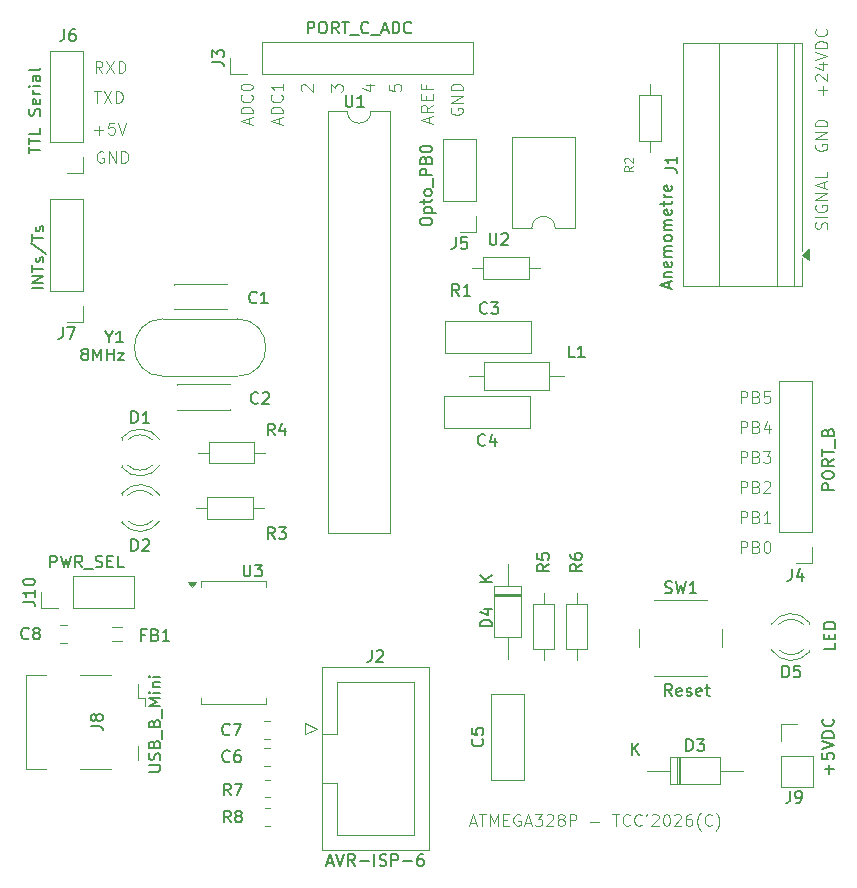
<source format=gbr>
%TF.GenerationSoftware,KiCad,Pcbnew,9.0.7*%
%TF.CreationDate,2026-02-16T21:59:20+01:00*%
%TF.ProjectId,anemometre,616e656d-6f6d-4657-9472-652e6b696361,rev?*%
%TF.SameCoordinates,Original*%
%TF.FileFunction,Legend,Top*%
%TF.FilePolarity,Positive*%
%FSLAX46Y46*%
G04 Gerber Fmt 4.6, Leading zero omitted, Abs format (unit mm)*
G04 Created by KiCad (PCBNEW 9.0.7) date 2026-02-16 21:59:20*
%MOMM*%
%LPD*%
G01*
G04 APERTURE LIST*
%ADD10C,0.100000*%
%ADD11C,0.150000*%
%ADD12C,0.108000*%
%ADD13C,0.120000*%
G04 APERTURE END LIST*
D10*
X133145884Y-57784419D02*
X133145884Y-56784419D01*
X133145884Y-56784419D02*
X133526836Y-56784419D01*
X133526836Y-56784419D02*
X133622074Y-56832038D01*
X133622074Y-56832038D02*
X133669693Y-56879657D01*
X133669693Y-56879657D02*
X133717312Y-56974895D01*
X133717312Y-56974895D02*
X133717312Y-57117752D01*
X133717312Y-57117752D02*
X133669693Y-57212990D01*
X133669693Y-57212990D02*
X133622074Y-57260609D01*
X133622074Y-57260609D02*
X133526836Y-57308228D01*
X133526836Y-57308228D02*
X133145884Y-57308228D01*
X134479217Y-57260609D02*
X134622074Y-57308228D01*
X134622074Y-57308228D02*
X134669693Y-57355847D01*
X134669693Y-57355847D02*
X134717312Y-57451085D01*
X134717312Y-57451085D02*
X134717312Y-57593942D01*
X134717312Y-57593942D02*
X134669693Y-57689180D01*
X134669693Y-57689180D02*
X134622074Y-57736800D01*
X134622074Y-57736800D02*
X134526836Y-57784419D01*
X134526836Y-57784419D02*
X134145884Y-57784419D01*
X134145884Y-57784419D02*
X134145884Y-56784419D01*
X134145884Y-56784419D02*
X134479217Y-56784419D01*
X134479217Y-56784419D02*
X134574455Y-56832038D01*
X134574455Y-56832038D02*
X134622074Y-56879657D01*
X134622074Y-56879657D02*
X134669693Y-56974895D01*
X134669693Y-56974895D02*
X134669693Y-57070133D01*
X134669693Y-57070133D02*
X134622074Y-57165371D01*
X134622074Y-57165371D02*
X134574455Y-57212990D01*
X134574455Y-57212990D02*
X134479217Y-57260609D01*
X134479217Y-57260609D02*
X134145884Y-57260609D01*
X135574455Y-57117752D02*
X135574455Y-57784419D01*
X135336360Y-56736800D02*
X135098265Y-57451085D01*
X135098265Y-57451085D02*
X135717312Y-57451085D01*
X98440419Y-28874353D02*
X98440419Y-28255306D01*
X98440419Y-28255306D02*
X98821371Y-28588639D01*
X98821371Y-28588639D02*
X98821371Y-28445782D01*
X98821371Y-28445782D02*
X98868990Y-28350544D01*
X98868990Y-28350544D02*
X98916609Y-28302925D01*
X98916609Y-28302925D02*
X99011847Y-28255306D01*
X99011847Y-28255306D02*
X99249942Y-28255306D01*
X99249942Y-28255306D02*
X99345180Y-28302925D01*
X99345180Y-28302925D02*
X99392800Y-28350544D01*
X99392800Y-28350544D02*
X99440419Y-28445782D01*
X99440419Y-28445782D02*
X99440419Y-28731496D01*
X99440419Y-28731496D02*
X99392800Y-28826734D01*
X99392800Y-28826734D02*
X99345180Y-28874353D01*
X79186693Y-33972038D02*
X79091455Y-33924419D01*
X79091455Y-33924419D02*
X78948598Y-33924419D01*
X78948598Y-33924419D02*
X78805741Y-33972038D01*
X78805741Y-33972038D02*
X78710503Y-34067276D01*
X78710503Y-34067276D02*
X78662884Y-34162514D01*
X78662884Y-34162514D02*
X78615265Y-34352990D01*
X78615265Y-34352990D02*
X78615265Y-34495847D01*
X78615265Y-34495847D02*
X78662884Y-34686323D01*
X78662884Y-34686323D02*
X78710503Y-34781561D01*
X78710503Y-34781561D02*
X78805741Y-34876800D01*
X78805741Y-34876800D02*
X78948598Y-34924419D01*
X78948598Y-34924419D02*
X79043836Y-34924419D01*
X79043836Y-34924419D02*
X79186693Y-34876800D01*
X79186693Y-34876800D02*
X79234312Y-34829180D01*
X79234312Y-34829180D02*
X79234312Y-34495847D01*
X79234312Y-34495847D02*
X79043836Y-34495847D01*
X79662884Y-34924419D02*
X79662884Y-33924419D01*
X79662884Y-33924419D02*
X80234312Y-34924419D01*
X80234312Y-34924419D02*
X80234312Y-33924419D01*
X80710503Y-34924419D02*
X80710503Y-33924419D01*
X80710503Y-33924419D02*
X80948598Y-33924419D01*
X80948598Y-33924419D02*
X81091455Y-33972038D01*
X81091455Y-33972038D02*
X81186693Y-34067276D01*
X81186693Y-34067276D02*
X81234312Y-34162514D01*
X81234312Y-34162514D02*
X81281931Y-34352990D01*
X81281931Y-34352990D02*
X81281931Y-34495847D01*
X81281931Y-34495847D02*
X81234312Y-34686323D01*
X81234312Y-34686323D02*
X81186693Y-34781561D01*
X81186693Y-34781561D02*
X81091455Y-34876800D01*
X81091455Y-34876800D02*
X80948598Y-34924419D01*
X80948598Y-34924419D02*
X80710503Y-34924419D01*
X133145884Y-60324419D02*
X133145884Y-59324419D01*
X133145884Y-59324419D02*
X133526836Y-59324419D01*
X133526836Y-59324419D02*
X133622074Y-59372038D01*
X133622074Y-59372038D02*
X133669693Y-59419657D01*
X133669693Y-59419657D02*
X133717312Y-59514895D01*
X133717312Y-59514895D02*
X133717312Y-59657752D01*
X133717312Y-59657752D02*
X133669693Y-59752990D01*
X133669693Y-59752990D02*
X133622074Y-59800609D01*
X133622074Y-59800609D02*
X133526836Y-59848228D01*
X133526836Y-59848228D02*
X133145884Y-59848228D01*
X134479217Y-59800609D02*
X134622074Y-59848228D01*
X134622074Y-59848228D02*
X134669693Y-59895847D01*
X134669693Y-59895847D02*
X134717312Y-59991085D01*
X134717312Y-59991085D02*
X134717312Y-60133942D01*
X134717312Y-60133942D02*
X134669693Y-60229180D01*
X134669693Y-60229180D02*
X134622074Y-60276800D01*
X134622074Y-60276800D02*
X134526836Y-60324419D01*
X134526836Y-60324419D02*
X134145884Y-60324419D01*
X134145884Y-60324419D02*
X134145884Y-59324419D01*
X134145884Y-59324419D02*
X134479217Y-59324419D01*
X134479217Y-59324419D02*
X134574455Y-59372038D01*
X134574455Y-59372038D02*
X134622074Y-59419657D01*
X134622074Y-59419657D02*
X134669693Y-59514895D01*
X134669693Y-59514895D02*
X134669693Y-59610133D01*
X134669693Y-59610133D02*
X134622074Y-59705371D01*
X134622074Y-59705371D02*
X134574455Y-59752990D01*
X134574455Y-59752990D02*
X134479217Y-59800609D01*
X134479217Y-59800609D02*
X134145884Y-59800609D01*
X135050646Y-59324419D02*
X135669693Y-59324419D01*
X135669693Y-59324419D02*
X135336360Y-59705371D01*
X135336360Y-59705371D02*
X135479217Y-59705371D01*
X135479217Y-59705371D02*
X135574455Y-59752990D01*
X135574455Y-59752990D02*
X135622074Y-59800609D01*
X135622074Y-59800609D02*
X135669693Y-59895847D01*
X135669693Y-59895847D02*
X135669693Y-60133942D01*
X135669693Y-60133942D02*
X135622074Y-60229180D01*
X135622074Y-60229180D02*
X135574455Y-60276800D01*
X135574455Y-60276800D02*
X135479217Y-60324419D01*
X135479217Y-60324419D02*
X135193503Y-60324419D01*
X135193503Y-60324419D02*
X135098265Y-60276800D01*
X135098265Y-60276800D02*
X135050646Y-60229180D01*
X79107312Y-27304419D02*
X78773979Y-26828228D01*
X78535884Y-27304419D02*
X78535884Y-26304419D01*
X78535884Y-26304419D02*
X78916836Y-26304419D01*
X78916836Y-26304419D02*
X79012074Y-26352038D01*
X79012074Y-26352038D02*
X79059693Y-26399657D01*
X79059693Y-26399657D02*
X79107312Y-26494895D01*
X79107312Y-26494895D02*
X79107312Y-26637752D01*
X79107312Y-26637752D02*
X79059693Y-26732990D01*
X79059693Y-26732990D02*
X79012074Y-26780609D01*
X79012074Y-26780609D02*
X78916836Y-26828228D01*
X78916836Y-26828228D02*
X78535884Y-26828228D01*
X79440646Y-26304419D02*
X80107312Y-27304419D01*
X80107312Y-26304419D02*
X79440646Y-27304419D01*
X80488265Y-27304419D02*
X80488265Y-26304419D01*
X80488265Y-26304419D02*
X80726360Y-26304419D01*
X80726360Y-26304419D02*
X80869217Y-26352038D01*
X80869217Y-26352038D02*
X80964455Y-26447276D01*
X80964455Y-26447276D02*
X81012074Y-26542514D01*
X81012074Y-26542514D02*
X81059693Y-26732990D01*
X81059693Y-26732990D02*
X81059693Y-26875847D01*
X81059693Y-26875847D02*
X81012074Y-27066323D01*
X81012074Y-27066323D02*
X80964455Y-27161561D01*
X80964455Y-27161561D02*
X80869217Y-27256800D01*
X80869217Y-27256800D02*
X80726360Y-27304419D01*
X80726360Y-27304419D02*
X80488265Y-27304419D01*
X133145884Y-62864419D02*
X133145884Y-61864419D01*
X133145884Y-61864419D02*
X133526836Y-61864419D01*
X133526836Y-61864419D02*
X133622074Y-61912038D01*
X133622074Y-61912038D02*
X133669693Y-61959657D01*
X133669693Y-61959657D02*
X133717312Y-62054895D01*
X133717312Y-62054895D02*
X133717312Y-62197752D01*
X133717312Y-62197752D02*
X133669693Y-62292990D01*
X133669693Y-62292990D02*
X133622074Y-62340609D01*
X133622074Y-62340609D02*
X133526836Y-62388228D01*
X133526836Y-62388228D02*
X133145884Y-62388228D01*
X134479217Y-62340609D02*
X134622074Y-62388228D01*
X134622074Y-62388228D02*
X134669693Y-62435847D01*
X134669693Y-62435847D02*
X134717312Y-62531085D01*
X134717312Y-62531085D02*
X134717312Y-62673942D01*
X134717312Y-62673942D02*
X134669693Y-62769180D01*
X134669693Y-62769180D02*
X134622074Y-62816800D01*
X134622074Y-62816800D02*
X134526836Y-62864419D01*
X134526836Y-62864419D02*
X134145884Y-62864419D01*
X134145884Y-62864419D02*
X134145884Y-61864419D01*
X134145884Y-61864419D02*
X134479217Y-61864419D01*
X134479217Y-61864419D02*
X134574455Y-61912038D01*
X134574455Y-61912038D02*
X134622074Y-61959657D01*
X134622074Y-61959657D02*
X134669693Y-62054895D01*
X134669693Y-62054895D02*
X134669693Y-62150133D01*
X134669693Y-62150133D02*
X134622074Y-62245371D01*
X134622074Y-62245371D02*
X134574455Y-62292990D01*
X134574455Y-62292990D02*
X134479217Y-62340609D01*
X134479217Y-62340609D02*
X134145884Y-62340609D01*
X135098265Y-61959657D02*
X135145884Y-61912038D01*
X135145884Y-61912038D02*
X135241122Y-61864419D01*
X135241122Y-61864419D02*
X135479217Y-61864419D01*
X135479217Y-61864419D02*
X135574455Y-61912038D01*
X135574455Y-61912038D02*
X135622074Y-61959657D01*
X135622074Y-61959657D02*
X135669693Y-62054895D01*
X135669693Y-62054895D02*
X135669693Y-62150133D01*
X135669693Y-62150133D02*
X135622074Y-62292990D01*
X135622074Y-62292990D02*
X135050646Y-62864419D01*
X135050646Y-62864419D02*
X135669693Y-62864419D01*
X133145884Y-55244419D02*
X133145884Y-54244419D01*
X133145884Y-54244419D02*
X133526836Y-54244419D01*
X133526836Y-54244419D02*
X133622074Y-54292038D01*
X133622074Y-54292038D02*
X133669693Y-54339657D01*
X133669693Y-54339657D02*
X133717312Y-54434895D01*
X133717312Y-54434895D02*
X133717312Y-54577752D01*
X133717312Y-54577752D02*
X133669693Y-54672990D01*
X133669693Y-54672990D02*
X133622074Y-54720609D01*
X133622074Y-54720609D02*
X133526836Y-54768228D01*
X133526836Y-54768228D02*
X133145884Y-54768228D01*
X134479217Y-54720609D02*
X134622074Y-54768228D01*
X134622074Y-54768228D02*
X134669693Y-54815847D01*
X134669693Y-54815847D02*
X134717312Y-54911085D01*
X134717312Y-54911085D02*
X134717312Y-55053942D01*
X134717312Y-55053942D02*
X134669693Y-55149180D01*
X134669693Y-55149180D02*
X134622074Y-55196800D01*
X134622074Y-55196800D02*
X134526836Y-55244419D01*
X134526836Y-55244419D02*
X134145884Y-55244419D01*
X134145884Y-55244419D02*
X134145884Y-54244419D01*
X134145884Y-54244419D02*
X134479217Y-54244419D01*
X134479217Y-54244419D02*
X134574455Y-54292038D01*
X134574455Y-54292038D02*
X134622074Y-54339657D01*
X134622074Y-54339657D02*
X134669693Y-54434895D01*
X134669693Y-54434895D02*
X134669693Y-54530133D01*
X134669693Y-54530133D02*
X134622074Y-54625371D01*
X134622074Y-54625371D02*
X134574455Y-54672990D01*
X134574455Y-54672990D02*
X134479217Y-54720609D01*
X134479217Y-54720609D02*
X134145884Y-54720609D01*
X135622074Y-54244419D02*
X135145884Y-54244419D01*
X135145884Y-54244419D02*
X135098265Y-54720609D01*
X135098265Y-54720609D02*
X135145884Y-54672990D01*
X135145884Y-54672990D02*
X135241122Y-54625371D01*
X135241122Y-54625371D02*
X135479217Y-54625371D01*
X135479217Y-54625371D02*
X135574455Y-54672990D01*
X135574455Y-54672990D02*
X135622074Y-54720609D01*
X135622074Y-54720609D02*
X135669693Y-54815847D01*
X135669693Y-54815847D02*
X135669693Y-55053942D01*
X135669693Y-55053942D02*
X135622074Y-55149180D01*
X135622074Y-55149180D02*
X135574455Y-55196800D01*
X135574455Y-55196800D02*
X135479217Y-55244419D01*
X135479217Y-55244419D02*
X135241122Y-55244419D01*
X135241122Y-55244419D02*
X135145884Y-55196800D01*
X135145884Y-55196800D02*
X135098265Y-55149180D01*
X78393027Y-28844419D02*
X78964455Y-28844419D01*
X78678741Y-29844419D02*
X78678741Y-28844419D01*
X79202551Y-28844419D02*
X79869217Y-29844419D01*
X79869217Y-28844419D02*
X79202551Y-29844419D01*
X80250170Y-29844419D02*
X80250170Y-28844419D01*
X80250170Y-28844419D02*
X80488265Y-28844419D01*
X80488265Y-28844419D02*
X80631122Y-28892038D01*
X80631122Y-28892038D02*
X80726360Y-28987276D01*
X80726360Y-28987276D02*
X80773979Y-29082514D01*
X80773979Y-29082514D02*
X80821598Y-29272990D01*
X80821598Y-29272990D02*
X80821598Y-29415847D01*
X80821598Y-29415847D02*
X80773979Y-29606323D01*
X80773979Y-29606323D02*
X80726360Y-29701561D01*
X80726360Y-29701561D02*
X80631122Y-29796800D01*
X80631122Y-29796800D02*
X80488265Y-29844419D01*
X80488265Y-29844419D02*
X80250170Y-29844419D01*
X106774704Y-31493734D02*
X106774704Y-31017544D01*
X107060419Y-31588972D02*
X106060419Y-31255639D01*
X106060419Y-31255639D02*
X107060419Y-30922306D01*
X107060419Y-30017544D02*
X106584228Y-30350877D01*
X107060419Y-30588972D02*
X106060419Y-30588972D01*
X106060419Y-30588972D02*
X106060419Y-30208020D01*
X106060419Y-30208020D02*
X106108038Y-30112782D01*
X106108038Y-30112782D02*
X106155657Y-30065163D01*
X106155657Y-30065163D02*
X106250895Y-30017544D01*
X106250895Y-30017544D02*
X106393752Y-30017544D01*
X106393752Y-30017544D02*
X106488990Y-30065163D01*
X106488990Y-30065163D02*
X106536609Y-30112782D01*
X106536609Y-30112782D02*
X106584228Y-30208020D01*
X106584228Y-30208020D02*
X106584228Y-30588972D01*
X106536609Y-29588972D02*
X106536609Y-29255639D01*
X107060419Y-29112782D02*
X107060419Y-29588972D01*
X107060419Y-29588972D02*
X106060419Y-29588972D01*
X106060419Y-29588972D02*
X106060419Y-29112782D01*
X106536609Y-28350877D02*
X106536609Y-28684210D01*
X107060419Y-28684210D02*
X106060419Y-28684210D01*
X106060419Y-28684210D02*
X106060419Y-28208020D01*
X133145884Y-67944419D02*
X133145884Y-66944419D01*
X133145884Y-66944419D02*
X133526836Y-66944419D01*
X133526836Y-66944419D02*
X133622074Y-66992038D01*
X133622074Y-66992038D02*
X133669693Y-67039657D01*
X133669693Y-67039657D02*
X133717312Y-67134895D01*
X133717312Y-67134895D02*
X133717312Y-67277752D01*
X133717312Y-67277752D02*
X133669693Y-67372990D01*
X133669693Y-67372990D02*
X133622074Y-67420609D01*
X133622074Y-67420609D02*
X133526836Y-67468228D01*
X133526836Y-67468228D02*
X133145884Y-67468228D01*
X134479217Y-67420609D02*
X134622074Y-67468228D01*
X134622074Y-67468228D02*
X134669693Y-67515847D01*
X134669693Y-67515847D02*
X134717312Y-67611085D01*
X134717312Y-67611085D02*
X134717312Y-67753942D01*
X134717312Y-67753942D02*
X134669693Y-67849180D01*
X134669693Y-67849180D02*
X134622074Y-67896800D01*
X134622074Y-67896800D02*
X134526836Y-67944419D01*
X134526836Y-67944419D02*
X134145884Y-67944419D01*
X134145884Y-67944419D02*
X134145884Y-66944419D01*
X134145884Y-66944419D02*
X134479217Y-66944419D01*
X134479217Y-66944419D02*
X134574455Y-66992038D01*
X134574455Y-66992038D02*
X134622074Y-67039657D01*
X134622074Y-67039657D02*
X134669693Y-67134895D01*
X134669693Y-67134895D02*
X134669693Y-67230133D01*
X134669693Y-67230133D02*
X134622074Y-67325371D01*
X134622074Y-67325371D02*
X134574455Y-67372990D01*
X134574455Y-67372990D02*
X134479217Y-67420609D01*
X134479217Y-67420609D02*
X134145884Y-67420609D01*
X135336360Y-66944419D02*
X135431598Y-66944419D01*
X135431598Y-66944419D02*
X135526836Y-66992038D01*
X135526836Y-66992038D02*
X135574455Y-67039657D01*
X135574455Y-67039657D02*
X135622074Y-67134895D01*
X135622074Y-67134895D02*
X135669693Y-67325371D01*
X135669693Y-67325371D02*
X135669693Y-67563466D01*
X135669693Y-67563466D02*
X135622074Y-67753942D01*
X135622074Y-67753942D02*
X135574455Y-67849180D01*
X135574455Y-67849180D02*
X135526836Y-67896800D01*
X135526836Y-67896800D02*
X135431598Y-67944419D01*
X135431598Y-67944419D02*
X135336360Y-67944419D01*
X135336360Y-67944419D02*
X135241122Y-67896800D01*
X135241122Y-67896800D02*
X135193503Y-67849180D01*
X135193503Y-67849180D02*
X135145884Y-67753942D01*
X135145884Y-67753942D02*
X135098265Y-67563466D01*
X135098265Y-67563466D02*
X135098265Y-67325371D01*
X135098265Y-67325371D02*
X135145884Y-67134895D01*
X135145884Y-67134895D02*
X135193503Y-67039657D01*
X135193503Y-67039657D02*
X135241122Y-66992038D01*
X135241122Y-66992038D02*
X135336360Y-66944419D01*
X101440752Y-28350544D02*
X102107419Y-28350544D01*
X101059800Y-28588639D02*
X101774085Y-28826734D01*
X101774085Y-28826734D02*
X101774085Y-28207687D01*
X140413800Y-40510734D02*
X140461419Y-40367877D01*
X140461419Y-40367877D02*
X140461419Y-40129782D01*
X140461419Y-40129782D02*
X140413800Y-40034544D01*
X140413800Y-40034544D02*
X140366180Y-39986925D01*
X140366180Y-39986925D02*
X140270942Y-39939306D01*
X140270942Y-39939306D02*
X140175704Y-39939306D01*
X140175704Y-39939306D02*
X140080466Y-39986925D01*
X140080466Y-39986925D02*
X140032847Y-40034544D01*
X140032847Y-40034544D02*
X139985228Y-40129782D01*
X139985228Y-40129782D02*
X139937609Y-40320258D01*
X139937609Y-40320258D02*
X139889990Y-40415496D01*
X139889990Y-40415496D02*
X139842371Y-40463115D01*
X139842371Y-40463115D02*
X139747133Y-40510734D01*
X139747133Y-40510734D02*
X139651895Y-40510734D01*
X139651895Y-40510734D02*
X139556657Y-40463115D01*
X139556657Y-40463115D02*
X139509038Y-40415496D01*
X139509038Y-40415496D02*
X139461419Y-40320258D01*
X139461419Y-40320258D02*
X139461419Y-40082163D01*
X139461419Y-40082163D02*
X139509038Y-39939306D01*
X140461419Y-39510734D02*
X139461419Y-39510734D01*
X139509038Y-38510735D02*
X139461419Y-38605973D01*
X139461419Y-38605973D02*
X139461419Y-38748830D01*
X139461419Y-38748830D02*
X139509038Y-38891687D01*
X139509038Y-38891687D02*
X139604276Y-38986925D01*
X139604276Y-38986925D02*
X139699514Y-39034544D01*
X139699514Y-39034544D02*
X139889990Y-39082163D01*
X139889990Y-39082163D02*
X140032847Y-39082163D01*
X140032847Y-39082163D02*
X140223323Y-39034544D01*
X140223323Y-39034544D02*
X140318561Y-38986925D01*
X140318561Y-38986925D02*
X140413800Y-38891687D01*
X140413800Y-38891687D02*
X140461419Y-38748830D01*
X140461419Y-38748830D02*
X140461419Y-38653592D01*
X140461419Y-38653592D02*
X140413800Y-38510735D01*
X140413800Y-38510735D02*
X140366180Y-38463116D01*
X140366180Y-38463116D02*
X140032847Y-38463116D01*
X140032847Y-38463116D02*
X140032847Y-38653592D01*
X140461419Y-38034544D02*
X139461419Y-38034544D01*
X139461419Y-38034544D02*
X140461419Y-37463116D01*
X140461419Y-37463116D02*
X139461419Y-37463116D01*
X140175704Y-37034544D02*
X140175704Y-36558354D01*
X140461419Y-37129782D02*
X139461419Y-36796449D01*
X139461419Y-36796449D02*
X140461419Y-36463116D01*
X140461419Y-35653592D02*
X140461419Y-36129782D01*
X140461419Y-36129782D02*
X139461419Y-36129782D01*
X110238265Y-90772704D02*
X110714455Y-90772704D01*
X110143027Y-91058419D02*
X110476360Y-90058419D01*
X110476360Y-90058419D02*
X110809693Y-91058419D01*
X111000170Y-90058419D02*
X111571598Y-90058419D01*
X111285884Y-91058419D02*
X111285884Y-90058419D01*
X111904932Y-91058419D02*
X111904932Y-90058419D01*
X111904932Y-90058419D02*
X112238265Y-90772704D01*
X112238265Y-90772704D02*
X112571598Y-90058419D01*
X112571598Y-90058419D02*
X112571598Y-91058419D01*
X113047789Y-90534609D02*
X113381122Y-90534609D01*
X113523979Y-91058419D02*
X113047789Y-91058419D01*
X113047789Y-91058419D02*
X113047789Y-90058419D01*
X113047789Y-90058419D02*
X113523979Y-90058419D01*
X114476360Y-90106038D02*
X114381122Y-90058419D01*
X114381122Y-90058419D02*
X114238265Y-90058419D01*
X114238265Y-90058419D02*
X114095408Y-90106038D01*
X114095408Y-90106038D02*
X114000170Y-90201276D01*
X114000170Y-90201276D02*
X113952551Y-90296514D01*
X113952551Y-90296514D02*
X113904932Y-90486990D01*
X113904932Y-90486990D02*
X113904932Y-90629847D01*
X113904932Y-90629847D02*
X113952551Y-90820323D01*
X113952551Y-90820323D02*
X114000170Y-90915561D01*
X114000170Y-90915561D02*
X114095408Y-91010800D01*
X114095408Y-91010800D02*
X114238265Y-91058419D01*
X114238265Y-91058419D02*
X114333503Y-91058419D01*
X114333503Y-91058419D02*
X114476360Y-91010800D01*
X114476360Y-91010800D02*
X114523979Y-90963180D01*
X114523979Y-90963180D02*
X114523979Y-90629847D01*
X114523979Y-90629847D02*
X114333503Y-90629847D01*
X114904932Y-90772704D02*
X115381122Y-90772704D01*
X114809694Y-91058419D02*
X115143027Y-90058419D01*
X115143027Y-90058419D02*
X115476360Y-91058419D01*
X115714456Y-90058419D02*
X116333503Y-90058419D01*
X116333503Y-90058419D02*
X116000170Y-90439371D01*
X116000170Y-90439371D02*
X116143027Y-90439371D01*
X116143027Y-90439371D02*
X116238265Y-90486990D01*
X116238265Y-90486990D02*
X116285884Y-90534609D01*
X116285884Y-90534609D02*
X116333503Y-90629847D01*
X116333503Y-90629847D02*
X116333503Y-90867942D01*
X116333503Y-90867942D02*
X116285884Y-90963180D01*
X116285884Y-90963180D02*
X116238265Y-91010800D01*
X116238265Y-91010800D02*
X116143027Y-91058419D01*
X116143027Y-91058419D02*
X115857313Y-91058419D01*
X115857313Y-91058419D02*
X115762075Y-91010800D01*
X115762075Y-91010800D02*
X115714456Y-90963180D01*
X116714456Y-90153657D02*
X116762075Y-90106038D01*
X116762075Y-90106038D02*
X116857313Y-90058419D01*
X116857313Y-90058419D02*
X117095408Y-90058419D01*
X117095408Y-90058419D02*
X117190646Y-90106038D01*
X117190646Y-90106038D02*
X117238265Y-90153657D01*
X117238265Y-90153657D02*
X117285884Y-90248895D01*
X117285884Y-90248895D02*
X117285884Y-90344133D01*
X117285884Y-90344133D02*
X117238265Y-90486990D01*
X117238265Y-90486990D02*
X116666837Y-91058419D01*
X116666837Y-91058419D02*
X117285884Y-91058419D01*
X117857313Y-90486990D02*
X117762075Y-90439371D01*
X117762075Y-90439371D02*
X117714456Y-90391752D01*
X117714456Y-90391752D02*
X117666837Y-90296514D01*
X117666837Y-90296514D02*
X117666837Y-90248895D01*
X117666837Y-90248895D02*
X117714456Y-90153657D01*
X117714456Y-90153657D02*
X117762075Y-90106038D01*
X117762075Y-90106038D02*
X117857313Y-90058419D01*
X117857313Y-90058419D02*
X118047789Y-90058419D01*
X118047789Y-90058419D02*
X118143027Y-90106038D01*
X118143027Y-90106038D02*
X118190646Y-90153657D01*
X118190646Y-90153657D02*
X118238265Y-90248895D01*
X118238265Y-90248895D02*
X118238265Y-90296514D01*
X118238265Y-90296514D02*
X118190646Y-90391752D01*
X118190646Y-90391752D02*
X118143027Y-90439371D01*
X118143027Y-90439371D02*
X118047789Y-90486990D01*
X118047789Y-90486990D02*
X117857313Y-90486990D01*
X117857313Y-90486990D02*
X117762075Y-90534609D01*
X117762075Y-90534609D02*
X117714456Y-90582228D01*
X117714456Y-90582228D02*
X117666837Y-90677466D01*
X117666837Y-90677466D02*
X117666837Y-90867942D01*
X117666837Y-90867942D02*
X117714456Y-90963180D01*
X117714456Y-90963180D02*
X117762075Y-91010800D01*
X117762075Y-91010800D02*
X117857313Y-91058419D01*
X117857313Y-91058419D02*
X118047789Y-91058419D01*
X118047789Y-91058419D02*
X118143027Y-91010800D01*
X118143027Y-91010800D02*
X118190646Y-90963180D01*
X118190646Y-90963180D02*
X118238265Y-90867942D01*
X118238265Y-90867942D02*
X118238265Y-90677466D01*
X118238265Y-90677466D02*
X118190646Y-90582228D01*
X118190646Y-90582228D02*
X118143027Y-90534609D01*
X118143027Y-90534609D02*
X118047789Y-90486990D01*
X118666837Y-91058419D02*
X118666837Y-90058419D01*
X118666837Y-90058419D02*
X119047789Y-90058419D01*
X119047789Y-90058419D02*
X119143027Y-90106038D01*
X119143027Y-90106038D02*
X119190646Y-90153657D01*
X119190646Y-90153657D02*
X119238265Y-90248895D01*
X119238265Y-90248895D02*
X119238265Y-90391752D01*
X119238265Y-90391752D02*
X119190646Y-90486990D01*
X119190646Y-90486990D02*
X119143027Y-90534609D01*
X119143027Y-90534609D02*
X119047789Y-90582228D01*
X119047789Y-90582228D02*
X118666837Y-90582228D01*
X120428742Y-90677466D02*
X121190647Y-90677466D01*
X122285885Y-90058419D02*
X122857313Y-90058419D01*
X122571599Y-91058419D02*
X122571599Y-90058419D01*
X123762075Y-90963180D02*
X123714456Y-91010800D01*
X123714456Y-91010800D02*
X123571599Y-91058419D01*
X123571599Y-91058419D02*
X123476361Y-91058419D01*
X123476361Y-91058419D02*
X123333504Y-91010800D01*
X123333504Y-91010800D02*
X123238266Y-90915561D01*
X123238266Y-90915561D02*
X123190647Y-90820323D01*
X123190647Y-90820323D02*
X123143028Y-90629847D01*
X123143028Y-90629847D02*
X123143028Y-90486990D01*
X123143028Y-90486990D02*
X123190647Y-90296514D01*
X123190647Y-90296514D02*
X123238266Y-90201276D01*
X123238266Y-90201276D02*
X123333504Y-90106038D01*
X123333504Y-90106038D02*
X123476361Y-90058419D01*
X123476361Y-90058419D02*
X123571599Y-90058419D01*
X123571599Y-90058419D02*
X123714456Y-90106038D01*
X123714456Y-90106038D02*
X123762075Y-90153657D01*
X124762075Y-90963180D02*
X124714456Y-91010800D01*
X124714456Y-91010800D02*
X124571599Y-91058419D01*
X124571599Y-91058419D02*
X124476361Y-91058419D01*
X124476361Y-91058419D02*
X124333504Y-91010800D01*
X124333504Y-91010800D02*
X124238266Y-90915561D01*
X124238266Y-90915561D02*
X124190647Y-90820323D01*
X124190647Y-90820323D02*
X124143028Y-90629847D01*
X124143028Y-90629847D02*
X124143028Y-90486990D01*
X124143028Y-90486990D02*
X124190647Y-90296514D01*
X124190647Y-90296514D02*
X124238266Y-90201276D01*
X124238266Y-90201276D02*
X124333504Y-90106038D01*
X124333504Y-90106038D02*
X124476361Y-90058419D01*
X124476361Y-90058419D02*
X124571599Y-90058419D01*
X124571599Y-90058419D02*
X124714456Y-90106038D01*
X124714456Y-90106038D02*
X124762075Y-90153657D01*
X125238266Y-90058419D02*
X125143028Y-90248895D01*
X125619218Y-90153657D02*
X125666837Y-90106038D01*
X125666837Y-90106038D02*
X125762075Y-90058419D01*
X125762075Y-90058419D02*
X126000170Y-90058419D01*
X126000170Y-90058419D02*
X126095408Y-90106038D01*
X126095408Y-90106038D02*
X126143027Y-90153657D01*
X126143027Y-90153657D02*
X126190646Y-90248895D01*
X126190646Y-90248895D02*
X126190646Y-90344133D01*
X126190646Y-90344133D02*
X126143027Y-90486990D01*
X126143027Y-90486990D02*
X125571599Y-91058419D01*
X125571599Y-91058419D02*
X126190646Y-91058419D01*
X126809694Y-90058419D02*
X126904932Y-90058419D01*
X126904932Y-90058419D02*
X127000170Y-90106038D01*
X127000170Y-90106038D02*
X127047789Y-90153657D01*
X127047789Y-90153657D02*
X127095408Y-90248895D01*
X127095408Y-90248895D02*
X127143027Y-90439371D01*
X127143027Y-90439371D02*
X127143027Y-90677466D01*
X127143027Y-90677466D02*
X127095408Y-90867942D01*
X127095408Y-90867942D02*
X127047789Y-90963180D01*
X127047789Y-90963180D02*
X127000170Y-91010800D01*
X127000170Y-91010800D02*
X126904932Y-91058419D01*
X126904932Y-91058419D02*
X126809694Y-91058419D01*
X126809694Y-91058419D02*
X126714456Y-91010800D01*
X126714456Y-91010800D02*
X126666837Y-90963180D01*
X126666837Y-90963180D02*
X126619218Y-90867942D01*
X126619218Y-90867942D02*
X126571599Y-90677466D01*
X126571599Y-90677466D02*
X126571599Y-90439371D01*
X126571599Y-90439371D02*
X126619218Y-90248895D01*
X126619218Y-90248895D02*
X126666837Y-90153657D01*
X126666837Y-90153657D02*
X126714456Y-90106038D01*
X126714456Y-90106038D02*
X126809694Y-90058419D01*
X127523980Y-90153657D02*
X127571599Y-90106038D01*
X127571599Y-90106038D02*
X127666837Y-90058419D01*
X127666837Y-90058419D02*
X127904932Y-90058419D01*
X127904932Y-90058419D02*
X128000170Y-90106038D01*
X128000170Y-90106038D02*
X128047789Y-90153657D01*
X128047789Y-90153657D02*
X128095408Y-90248895D01*
X128095408Y-90248895D02*
X128095408Y-90344133D01*
X128095408Y-90344133D02*
X128047789Y-90486990D01*
X128047789Y-90486990D02*
X127476361Y-91058419D01*
X127476361Y-91058419D02*
X128095408Y-91058419D01*
X128952551Y-90058419D02*
X128762075Y-90058419D01*
X128762075Y-90058419D02*
X128666837Y-90106038D01*
X128666837Y-90106038D02*
X128619218Y-90153657D01*
X128619218Y-90153657D02*
X128523980Y-90296514D01*
X128523980Y-90296514D02*
X128476361Y-90486990D01*
X128476361Y-90486990D02*
X128476361Y-90867942D01*
X128476361Y-90867942D02*
X128523980Y-90963180D01*
X128523980Y-90963180D02*
X128571599Y-91010800D01*
X128571599Y-91010800D02*
X128666837Y-91058419D01*
X128666837Y-91058419D02*
X128857313Y-91058419D01*
X128857313Y-91058419D02*
X128952551Y-91010800D01*
X128952551Y-91010800D02*
X129000170Y-90963180D01*
X129000170Y-90963180D02*
X129047789Y-90867942D01*
X129047789Y-90867942D02*
X129047789Y-90629847D01*
X129047789Y-90629847D02*
X129000170Y-90534609D01*
X129000170Y-90534609D02*
X128952551Y-90486990D01*
X128952551Y-90486990D02*
X128857313Y-90439371D01*
X128857313Y-90439371D02*
X128666837Y-90439371D01*
X128666837Y-90439371D02*
X128571599Y-90486990D01*
X128571599Y-90486990D02*
X128523980Y-90534609D01*
X128523980Y-90534609D02*
X128476361Y-90629847D01*
X129762075Y-91439371D02*
X129714456Y-91391752D01*
X129714456Y-91391752D02*
X129619218Y-91248895D01*
X129619218Y-91248895D02*
X129571599Y-91153657D01*
X129571599Y-91153657D02*
X129523980Y-91010800D01*
X129523980Y-91010800D02*
X129476361Y-90772704D01*
X129476361Y-90772704D02*
X129476361Y-90582228D01*
X129476361Y-90582228D02*
X129523980Y-90344133D01*
X129523980Y-90344133D02*
X129571599Y-90201276D01*
X129571599Y-90201276D02*
X129619218Y-90106038D01*
X129619218Y-90106038D02*
X129714456Y-89963180D01*
X129714456Y-89963180D02*
X129762075Y-89915561D01*
X130714456Y-90963180D02*
X130666837Y-91010800D01*
X130666837Y-91010800D02*
X130523980Y-91058419D01*
X130523980Y-91058419D02*
X130428742Y-91058419D01*
X130428742Y-91058419D02*
X130285885Y-91010800D01*
X130285885Y-91010800D02*
X130190647Y-90915561D01*
X130190647Y-90915561D02*
X130143028Y-90820323D01*
X130143028Y-90820323D02*
X130095409Y-90629847D01*
X130095409Y-90629847D02*
X130095409Y-90486990D01*
X130095409Y-90486990D02*
X130143028Y-90296514D01*
X130143028Y-90296514D02*
X130190647Y-90201276D01*
X130190647Y-90201276D02*
X130285885Y-90106038D01*
X130285885Y-90106038D02*
X130428742Y-90058419D01*
X130428742Y-90058419D02*
X130523980Y-90058419D01*
X130523980Y-90058419D02*
X130666837Y-90106038D01*
X130666837Y-90106038D02*
X130714456Y-90153657D01*
X131047790Y-91439371D02*
X131095409Y-91391752D01*
X131095409Y-91391752D02*
X131190647Y-91248895D01*
X131190647Y-91248895D02*
X131238266Y-91153657D01*
X131238266Y-91153657D02*
X131285885Y-91010800D01*
X131285885Y-91010800D02*
X131333504Y-90772704D01*
X131333504Y-90772704D02*
X131333504Y-90582228D01*
X131333504Y-90582228D02*
X131285885Y-90344133D01*
X131285885Y-90344133D02*
X131238266Y-90201276D01*
X131238266Y-90201276D02*
X131190647Y-90106038D01*
X131190647Y-90106038D02*
X131095409Y-89963180D01*
X131095409Y-89963180D02*
X131047790Y-89915561D01*
X139509038Y-33335306D02*
X139461419Y-33430544D01*
X139461419Y-33430544D02*
X139461419Y-33573401D01*
X139461419Y-33573401D02*
X139509038Y-33716258D01*
X139509038Y-33716258D02*
X139604276Y-33811496D01*
X139604276Y-33811496D02*
X139699514Y-33859115D01*
X139699514Y-33859115D02*
X139889990Y-33906734D01*
X139889990Y-33906734D02*
X140032847Y-33906734D01*
X140032847Y-33906734D02*
X140223323Y-33859115D01*
X140223323Y-33859115D02*
X140318561Y-33811496D01*
X140318561Y-33811496D02*
X140413800Y-33716258D01*
X140413800Y-33716258D02*
X140461419Y-33573401D01*
X140461419Y-33573401D02*
X140461419Y-33478163D01*
X140461419Y-33478163D02*
X140413800Y-33335306D01*
X140413800Y-33335306D02*
X140366180Y-33287687D01*
X140366180Y-33287687D02*
X140032847Y-33287687D01*
X140032847Y-33287687D02*
X140032847Y-33478163D01*
X140461419Y-32859115D02*
X139461419Y-32859115D01*
X139461419Y-32859115D02*
X140461419Y-32287687D01*
X140461419Y-32287687D02*
X139461419Y-32287687D01*
X140461419Y-31811496D02*
X139461419Y-31811496D01*
X139461419Y-31811496D02*
X139461419Y-31573401D01*
X139461419Y-31573401D02*
X139509038Y-31430544D01*
X139509038Y-31430544D02*
X139604276Y-31335306D01*
X139604276Y-31335306D02*
X139699514Y-31287687D01*
X139699514Y-31287687D02*
X139889990Y-31240068D01*
X139889990Y-31240068D02*
X140032847Y-31240068D01*
X140032847Y-31240068D02*
X140223323Y-31287687D01*
X140223323Y-31287687D02*
X140318561Y-31335306D01*
X140318561Y-31335306D02*
X140413800Y-31430544D01*
X140413800Y-31430544D02*
X140461419Y-31573401D01*
X140461419Y-31573401D02*
X140461419Y-31811496D01*
X91534704Y-31620734D02*
X91534704Y-31144544D01*
X91820419Y-31715972D02*
X90820419Y-31382639D01*
X90820419Y-31382639D02*
X91820419Y-31049306D01*
X91820419Y-30715972D02*
X90820419Y-30715972D01*
X90820419Y-30715972D02*
X90820419Y-30477877D01*
X90820419Y-30477877D02*
X90868038Y-30335020D01*
X90868038Y-30335020D02*
X90963276Y-30239782D01*
X90963276Y-30239782D02*
X91058514Y-30192163D01*
X91058514Y-30192163D02*
X91248990Y-30144544D01*
X91248990Y-30144544D02*
X91391847Y-30144544D01*
X91391847Y-30144544D02*
X91582323Y-30192163D01*
X91582323Y-30192163D02*
X91677561Y-30239782D01*
X91677561Y-30239782D02*
X91772800Y-30335020D01*
X91772800Y-30335020D02*
X91820419Y-30477877D01*
X91820419Y-30477877D02*
X91820419Y-30715972D01*
X91725180Y-29144544D02*
X91772800Y-29192163D01*
X91772800Y-29192163D02*
X91820419Y-29335020D01*
X91820419Y-29335020D02*
X91820419Y-29430258D01*
X91820419Y-29430258D02*
X91772800Y-29573115D01*
X91772800Y-29573115D02*
X91677561Y-29668353D01*
X91677561Y-29668353D02*
X91582323Y-29715972D01*
X91582323Y-29715972D02*
X91391847Y-29763591D01*
X91391847Y-29763591D02*
X91248990Y-29763591D01*
X91248990Y-29763591D02*
X91058514Y-29715972D01*
X91058514Y-29715972D02*
X90963276Y-29668353D01*
X90963276Y-29668353D02*
X90868038Y-29573115D01*
X90868038Y-29573115D02*
X90820419Y-29430258D01*
X90820419Y-29430258D02*
X90820419Y-29335020D01*
X90820419Y-29335020D02*
X90868038Y-29192163D01*
X90868038Y-29192163D02*
X90915657Y-29144544D01*
X90820419Y-28525496D02*
X90820419Y-28430258D01*
X90820419Y-28430258D02*
X90868038Y-28335020D01*
X90868038Y-28335020D02*
X90915657Y-28287401D01*
X90915657Y-28287401D02*
X91010895Y-28239782D01*
X91010895Y-28239782D02*
X91201371Y-28192163D01*
X91201371Y-28192163D02*
X91439466Y-28192163D01*
X91439466Y-28192163D02*
X91629942Y-28239782D01*
X91629942Y-28239782D02*
X91725180Y-28287401D01*
X91725180Y-28287401D02*
X91772800Y-28335020D01*
X91772800Y-28335020D02*
X91820419Y-28430258D01*
X91820419Y-28430258D02*
X91820419Y-28525496D01*
X91820419Y-28525496D02*
X91772800Y-28620734D01*
X91772800Y-28620734D02*
X91725180Y-28668353D01*
X91725180Y-28668353D02*
X91629942Y-28715972D01*
X91629942Y-28715972D02*
X91439466Y-28763591D01*
X91439466Y-28763591D02*
X91201371Y-28763591D01*
X91201371Y-28763591D02*
X91010895Y-28715972D01*
X91010895Y-28715972D02*
X90915657Y-28668353D01*
X90915657Y-28668353D02*
X90868038Y-28620734D01*
X90868038Y-28620734D02*
X90820419Y-28525496D01*
X94074704Y-31620734D02*
X94074704Y-31144544D01*
X94360419Y-31715972D02*
X93360419Y-31382639D01*
X93360419Y-31382639D02*
X94360419Y-31049306D01*
X94360419Y-30715972D02*
X93360419Y-30715972D01*
X93360419Y-30715972D02*
X93360419Y-30477877D01*
X93360419Y-30477877D02*
X93408038Y-30335020D01*
X93408038Y-30335020D02*
X93503276Y-30239782D01*
X93503276Y-30239782D02*
X93598514Y-30192163D01*
X93598514Y-30192163D02*
X93788990Y-30144544D01*
X93788990Y-30144544D02*
X93931847Y-30144544D01*
X93931847Y-30144544D02*
X94122323Y-30192163D01*
X94122323Y-30192163D02*
X94217561Y-30239782D01*
X94217561Y-30239782D02*
X94312800Y-30335020D01*
X94312800Y-30335020D02*
X94360419Y-30477877D01*
X94360419Y-30477877D02*
X94360419Y-30715972D01*
X94265180Y-29144544D02*
X94312800Y-29192163D01*
X94312800Y-29192163D02*
X94360419Y-29335020D01*
X94360419Y-29335020D02*
X94360419Y-29430258D01*
X94360419Y-29430258D02*
X94312800Y-29573115D01*
X94312800Y-29573115D02*
X94217561Y-29668353D01*
X94217561Y-29668353D02*
X94122323Y-29715972D01*
X94122323Y-29715972D02*
X93931847Y-29763591D01*
X93931847Y-29763591D02*
X93788990Y-29763591D01*
X93788990Y-29763591D02*
X93598514Y-29715972D01*
X93598514Y-29715972D02*
X93503276Y-29668353D01*
X93503276Y-29668353D02*
X93408038Y-29573115D01*
X93408038Y-29573115D02*
X93360419Y-29430258D01*
X93360419Y-29430258D02*
X93360419Y-29335020D01*
X93360419Y-29335020D02*
X93408038Y-29192163D01*
X93408038Y-29192163D02*
X93455657Y-29144544D01*
X94360419Y-28192163D02*
X94360419Y-28763591D01*
X94360419Y-28477877D02*
X93360419Y-28477877D01*
X93360419Y-28477877D02*
X93503276Y-28573115D01*
X93503276Y-28573115D02*
X93598514Y-28668353D01*
X93598514Y-28668353D02*
X93646133Y-28763591D01*
X133145884Y-65404419D02*
X133145884Y-64404419D01*
X133145884Y-64404419D02*
X133526836Y-64404419D01*
X133526836Y-64404419D02*
X133622074Y-64452038D01*
X133622074Y-64452038D02*
X133669693Y-64499657D01*
X133669693Y-64499657D02*
X133717312Y-64594895D01*
X133717312Y-64594895D02*
X133717312Y-64737752D01*
X133717312Y-64737752D02*
X133669693Y-64832990D01*
X133669693Y-64832990D02*
X133622074Y-64880609D01*
X133622074Y-64880609D02*
X133526836Y-64928228D01*
X133526836Y-64928228D02*
X133145884Y-64928228D01*
X134479217Y-64880609D02*
X134622074Y-64928228D01*
X134622074Y-64928228D02*
X134669693Y-64975847D01*
X134669693Y-64975847D02*
X134717312Y-65071085D01*
X134717312Y-65071085D02*
X134717312Y-65213942D01*
X134717312Y-65213942D02*
X134669693Y-65309180D01*
X134669693Y-65309180D02*
X134622074Y-65356800D01*
X134622074Y-65356800D02*
X134526836Y-65404419D01*
X134526836Y-65404419D02*
X134145884Y-65404419D01*
X134145884Y-65404419D02*
X134145884Y-64404419D01*
X134145884Y-64404419D02*
X134479217Y-64404419D01*
X134479217Y-64404419D02*
X134574455Y-64452038D01*
X134574455Y-64452038D02*
X134622074Y-64499657D01*
X134622074Y-64499657D02*
X134669693Y-64594895D01*
X134669693Y-64594895D02*
X134669693Y-64690133D01*
X134669693Y-64690133D02*
X134622074Y-64785371D01*
X134622074Y-64785371D02*
X134574455Y-64832990D01*
X134574455Y-64832990D02*
X134479217Y-64880609D01*
X134479217Y-64880609D02*
X134145884Y-64880609D01*
X135669693Y-65404419D02*
X135098265Y-65404419D01*
X135383979Y-65404419D02*
X135383979Y-64404419D01*
X135383979Y-64404419D02*
X135288741Y-64547276D01*
X135288741Y-64547276D02*
X135193503Y-64642514D01*
X135193503Y-64642514D02*
X135098265Y-64690133D01*
X95995657Y-28826734D02*
X95948038Y-28779115D01*
X95948038Y-28779115D02*
X95900419Y-28683877D01*
X95900419Y-28683877D02*
X95900419Y-28445782D01*
X95900419Y-28445782D02*
X95948038Y-28350544D01*
X95948038Y-28350544D02*
X95995657Y-28302925D01*
X95995657Y-28302925D02*
X96090895Y-28255306D01*
X96090895Y-28255306D02*
X96186133Y-28255306D01*
X96186133Y-28255306D02*
X96328990Y-28302925D01*
X96328990Y-28302925D02*
X96900419Y-28874353D01*
X96900419Y-28874353D02*
X96900419Y-28255306D01*
X140080466Y-29160115D02*
X140080466Y-28398211D01*
X140461419Y-28779163D02*
X139699514Y-28779163D01*
X139556657Y-27969639D02*
X139509038Y-27922020D01*
X139509038Y-27922020D02*
X139461419Y-27826782D01*
X139461419Y-27826782D02*
X139461419Y-27588687D01*
X139461419Y-27588687D02*
X139509038Y-27493449D01*
X139509038Y-27493449D02*
X139556657Y-27445830D01*
X139556657Y-27445830D02*
X139651895Y-27398211D01*
X139651895Y-27398211D02*
X139747133Y-27398211D01*
X139747133Y-27398211D02*
X139889990Y-27445830D01*
X139889990Y-27445830D02*
X140461419Y-28017258D01*
X140461419Y-28017258D02*
X140461419Y-27398211D01*
X139794752Y-26541068D02*
X140461419Y-26541068D01*
X139413800Y-26779163D02*
X140128085Y-27017258D01*
X140128085Y-27017258D02*
X140128085Y-26398211D01*
X139461419Y-26160115D02*
X140461419Y-25826782D01*
X140461419Y-25826782D02*
X139461419Y-25493449D01*
X140461419Y-25160115D02*
X139461419Y-25160115D01*
X139461419Y-25160115D02*
X139461419Y-24922020D01*
X139461419Y-24922020D02*
X139509038Y-24779163D01*
X139509038Y-24779163D02*
X139604276Y-24683925D01*
X139604276Y-24683925D02*
X139699514Y-24636306D01*
X139699514Y-24636306D02*
X139889990Y-24588687D01*
X139889990Y-24588687D02*
X140032847Y-24588687D01*
X140032847Y-24588687D02*
X140223323Y-24636306D01*
X140223323Y-24636306D02*
X140318561Y-24683925D01*
X140318561Y-24683925D02*
X140413800Y-24779163D01*
X140413800Y-24779163D02*
X140461419Y-24922020D01*
X140461419Y-24922020D02*
X140461419Y-25160115D01*
X140366180Y-23588687D02*
X140413800Y-23636306D01*
X140413800Y-23636306D02*
X140461419Y-23779163D01*
X140461419Y-23779163D02*
X140461419Y-23874401D01*
X140461419Y-23874401D02*
X140413800Y-24017258D01*
X140413800Y-24017258D02*
X140318561Y-24112496D01*
X140318561Y-24112496D02*
X140223323Y-24160115D01*
X140223323Y-24160115D02*
X140032847Y-24207734D01*
X140032847Y-24207734D02*
X139889990Y-24207734D01*
X139889990Y-24207734D02*
X139699514Y-24160115D01*
X139699514Y-24160115D02*
X139604276Y-24112496D01*
X139604276Y-24112496D02*
X139509038Y-24017258D01*
X139509038Y-24017258D02*
X139461419Y-23874401D01*
X139461419Y-23874401D02*
X139461419Y-23779163D01*
X139461419Y-23779163D02*
X139509038Y-23636306D01*
X139509038Y-23636306D02*
X139556657Y-23588687D01*
X78408884Y-32130466D02*
X79170789Y-32130466D01*
X78789836Y-32511419D02*
X78789836Y-31749514D01*
X80123169Y-31511419D02*
X79646979Y-31511419D01*
X79646979Y-31511419D02*
X79599360Y-31987609D01*
X79599360Y-31987609D02*
X79646979Y-31939990D01*
X79646979Y-31939990D02*
X79742217Y-31892371D01*
X79742217Y-31892371D02*
X79980312Y-31892371D01*
X79980312Y-31892371D02*
X80075550Y-31939990D01*
X80075550Y-31939990D02*
X80123169Y-31987609D01*
X80123169Y-31987609D02*
X80170788Y-32082847D01*
X80170788Y-32082847D02*
X80170788Y-32320942D01*
X80170788Y-32320942D02*
X80123169Y-32416180D01*
X80123169Y-32416180D02*
X80075550Y-32463800D01*
X80075550Y-32463800D02*
X79980312Y-32511419D01*
X79980312Y-32511419D02*
X79742217Y-32511419D01*
X79742217Y-32511419D02*
X79646979Y-32463800D01*
X79646979Y-32463800D02*
X79599360Y-32416180D01*
X80456503Y-31511419D02*
X80789836Y-32511419D01*
X80789836Y-32511419D02*
X81123169Y-31511419D01*
X108648038Y-30287306D02*
X108600419Y-30382544D01*
X108600419Y-30382544D02*
X108600419Y-30525401D01*
X108600419Y-30525401D02*
X108648038Y-30668258D01*
X108648038Y-30668258D02*
X108743276Y-30763496D01*
X108743276Y-30763496D02*
X108838514Y-30811115D01*
X108838514Y-30811115D02*
X109028990Y-30858734D01*
X109028990Y-30858734D02*
X109171847Y-30858734D01*
X109171847Y-30858734D02*
X109362323Y-30811115D01*
X109362323Y-30811115D02*
X109457561Y-30763496D01*
X109457561Y-30763496D02*
X109552800Y-30668258D01*
X109552800Y-30668258D02*
X109600419Y-30525401D01*
X109600419Y-30525401D02*
X109600419Y-30430163D01*
X109600419Y-30430163D02*
X109552800Y-30287306D01*
X109552800Y-30287306D02*
X109505180Y-30239687D01*
X109505180Y-30239687D02*
X109171847Y-30239687D01*
X109171847Y-30239687D02*
X109171847Y-30430163D01*
X109600419Y-29811115D02*
X108600419Y-29811115D01*
X108600419Y-29811115D02*
X109600419Y-29239687D01*
X109600419Y-29239687D02*
X108600419Y-29239687D01*
X109600419Y-28763496D02*
X108600419Y-28763496D01*
X108600419Y-28763496D02*
X108600419Y-28525401D01*
X108600419Y-28525401D02*
X108648038Y-28382544D01*
X108648038Y-28382544D02*
X108743276Y-28287306D01*
X108743276Y-28287306D02*
X108838514Y-28239687D01*
X108838514Y-28239687D02*
X109028990Y-28192068D01*
X109028990Y-28192068D02*
X109171847Y-28192068D01*
X109171847Y-28192068D02*
X109362323Y-28239687D01*
X109362323Y-28239687D02*
X109457561Y-28287306D01*
X109457561Y-28287306D02*
X109552800Y-28382544D01*
X109552800Y-28382544D02*
X109600419Y-28525401D01*
X109600419Y-28525401D02*
X109600419Y-28763496D01*
X103393419Y-28302925D02*
X103393419Y-28779115D01*
X103393419Y-28779115D02*
X103869609Y-28826734D01*
X103869609Y-28826734D02*
X103821990Y-28779115D01*
X103821990Y-28779115D02*
X103774371Y-28683877D01*
X103774371Y-28683877D02*
X103774371Y-28445782D01*
X103774371Y-28445782D02*
X103821990Y-28350544D01*
X103821990Y-28350544D02*
X103869609Y-28302925D01*
X103869609Y-28302925D02*
X103964847Y-28255306D01*
X103964847Y-28255306D02*
X104202942Y-28255306D01*
X104202942Y-28255306D02*
X104298180Y-28302925D01*
X104298180Y-28302925D02*
X104345800Y-28350544D01*
X104345800Y-28350544D02*
X104393419Y-28445782D01*
X104393419Y-28445782D02*
X104393419Y-28683877D01*
X104393419Y-28683877D02*
X104345800Y-28779115D01*
X104345800Y-28779115D02*
X104298180Y-28826734D01*
D11*
X116913819Y-68873666D02*
X116437628Y-69206999D01*
X116913819Y-69445094D02*
X115913819Y-69445094D01*
X115913819Y-69445094D02*
X115913819Y-69064142D01*
X115913819Y-69064142D02*
X115961438Y-68968904D01*
X115961438Y-68968904D02*
X116009057Y-68921285D01*
X116009057Y-68921285D02*
X116104295Y-68873666D01*
X116104295Y-68873666D02*
X116247152Y-68873666D01*
X116247152Y-68873666D02*
X116342390Y-68921285D01*
X116342390Y-68921285D02*
X116390009Y-68968904D01*
X116390009Y-68968904D02*
X116437628Y-69064142D01*
X116437628Y-69064142D02*
X116437628Y-69445094D01*
X115913819Y-67968904D02*
X115913819Y-68445094D01*
X115913819Y-68445094D02*
X116390009Y-68492713D01*
X116390009Y-68492713D02*
X116342390Y-68445094D01*
X116342390Y-68445094D02*
X116294771Y-68349856D01*
X116294771Y-68349856D02*
X116294771Y-68111761D01*
X116294771Y-68111761D02*
X116342390Y-68016523D01*
X116342390Y-68016523D02*
X116390009Y-67968904D01*
X116390009Y-67968904D02*
X116485247Y-67921285D01*
X116485247Y-67921285D02*
X116723342Y-67921285D01*
X116723342Y-67921285D02*
X116818580Y-67968904D01*
X116818580Y-67968904D02*
X116866200Y-68016523D01*
X116866200Y-68016523D02*
X116913819Y-68111761D01*
X116913819Y-68111761D02*
X116913819Y-68349856D01*
X116913819Y-68349856D02*
X116866200Y-68445094D01*
X116866200Y-68445094D02*
X116818580Y-68492713D01*
X72858333Y-75162580D02*
X72810714Y-75210200D01*
X72810714Y-75210200D02*
X72667857Y-75257819D01*
X72667857Y-75257819D02*
X72572619Y-75257819D01*
X72572619Y-75257819D02*
X72429762Y-75210200D01*
X72429762Y-75210200D02*
X72334524Y-75114961D01*
X72334524Y-75114961D02*
X72286905Y-75019723D01*
X72286905Y-75019723D02*
X72239286Y-74829247D01*
X72239286Y-74829247D02*
X72239286Y-74686390D01*
X72239286Y-74686390D02*
X72286905Y-74495914D01*
X72286905Y-74495914D02*
X72334524Y-74400676D01*
X72334524Y-74400676D02*
X72429762Y-74305438D01*
X72429762Y-74305438D02*
X72572619Y-74257819D01*
X72572619Y-74257819D02*
X72667857Y-74257819D01*
X72667857Y-74257819D02*
X72810714Y-74305438D01*
X72810714Y-74305438D02*
X72858333Y-74353057D01*
X73429762Y-74686390D02*
X73334524Y-74638771D01*
X73334524Y-74638771D02*
X73286905Y-74591152D01*
X73286905Y-74591152D02*
X73239286Y-74495914D01*
X73239286Y-74495914D02*
X73239286Y-74448295D01*
X73239286Y-74448295D02*
X73286905Y-74353057D01*
X73286905Y-74353057D02*
X73334524Y-74305438D01*
X73334524Y-74305438D02*
X73429762Y-74257819D01*
X73429762Y-74257819D02*
X73620238Y-74257819D01*
X73620238Y-74257819D02*
X73715476Y-74305438D01*
X73715476Y-74305438D02*
X73763095Y-74353057D01*
X73763095Y-74353057D02*
X73810714Y-74448295D01*
X73810714Y-74448295D02*
X73810714Y-74495914D01*
X73810714Y-74495914D02*
X73763095Y-74591152D01*
X73763095Y-74591152D02*
X73715476Y-74638771D01*
X73715476Y-74638771D02*
X73620238Y-74686390D01*
X73620238Y-74686390D02*
X73429762Y-74686390D01*
X73429762Y-74686390D02*
X73334524Y-74734009D01*
X73334524Y-74734009D02*
X73286905Y-74781628D01*
X73286905Y-74781628D02*
X73239286Y-74876866D01*
X73239286Y-74876866D02*
X73239286Y-75067342D01*
X73239286Y-75067342D02*
X73286905Y-75162580D01*
X73286905Y-75162580D02*
X73334524Y-75210200D01*
X73334524Y-75210200D02*
X73429762Y-75257819D01*
X73429762Y-75257819D02*
X73620238Y-75257819D01*
X73620238Y-75257819D02*
X73715476Y-75210200D01*
X73715476Y-75210200D02*
X73763095Y-75162580D01*
X73763095Y-75162580D02*
X73810714Y-75067342D01*
X73810714Y-75067342D02*
X73810714Y-74876866D01*
X73810714Y-74876866D02*
X73763095Y-74781628D01*
X73763095Y-74781628D02*
X73715476Y-74734009D01*
X73715476Y-74734009D02*
X73620238Y-74686390D01*
X112087819Y-74144094D02*
X111087819Y-74144094D01*
X111087819Y-74144094D02*
X111087819Y-73905999D01*
X111087819Y-73905999D02*
X111135438Y-73763142D01*
X111135438Y-73763142D02*
X111230676Y-73667904D01*
X111230676Y-73667904D02*
X111325914Y-73620285D01*
X111325914Y-73620285D02*
X111516390Y-73572666D01*
X111516390Y-73572666D02*
X111659247Y-73572666D01*
X111659247Y-73572666D02*
X111849723Y-73620285D01*
X111849723Y-73620285D02*
X111944961Y-73667904D01*
X111944961Y-73667904D02*
X112040200Y-73763142D01*
X112040200Y-73763142D02*
X112087819Y-73905999D01*
X112087819Y-73905999D02*
X112087819Y-74144094D01*
X111421152Y-72715523D02*
X112087819Y-72715523D01*
X111040200Y-72953618D02*
X111754485Y-73191713D01*
X111754485Y-73191713D02*
X111754485Y-72572666D01*
X112087819Y-70365904D02*
X111087819Y-70365904D01*
X112087819Y-69794476D02*
X111516390Y-70223047D01*
X111087819Y-69794476D02*
X111659247Y-70365904D01*
X72385819Y-72056523D02*
X73100104Y-72056523D01*
X73100104Y-72056523D02*
X73242961Y-72104142D01*
X73242961Y-72104142D02*
X73338200Y-72199380D01*
X73338200Y-72199380D02*
X73385819Y-72342237D01*
X73385819Y-72342237D02*
X73385819Y-72437475D01*
X73385819Y-71056523D02*
X73385819Y-71627951D01*
X73385819Y-71342237D02*
X72385819Y-71342237D01*
X72385819Y-71342237D02*
X72528676Y-71437475D01*
X72528676Y-71437475D02*
X72623914Y-71532713D01*
X72623914Y-71532713D02*
X72671533Y-71627951D01*
X72385819Y-70437475D02*
X72385819Y-70342237D01*
X72385819Y-70342237D02*
X72433438Y-70246999D01*
X72433438Y-70246999D02*
X72481057Y-70199380D01*
X72481057Y-70199380D02*
X72576295Y-70151761D01*
X72576295Y-70151761D02*
X72766771Y-70104142D01*
X72766771Y-70104142D02*
X73004866Y-70104142D01*
X73004866Y-70104142D02*
X73195342Y-70151761D01*
X73195342Y-70151761D02*
X73290580Y-70199380D01*
X73290580Y-70199380D02*
X73338200Y-70246999D01*
X73338200Y-70246999D02*
X73385819Y-70342237D01*
X73385819Y-70342237D02*
X73385819Y-70437475D01*
X73385819Y-70437475D02*
X73338200Y-70532713D01*
X73338200Y-70532713D02*
X73290580Y-70580332D01*
X73290580Y-70580332D02*
X73195342Y-70627951D01*
X73195342Y-70627951D02*
X73004866Y-70675570D01*
X73004866Y-70675570D02*
X72766771Y-70675570D01*
X72766771Y-70675570D02*
X72576295Y-70627951D01*
X72576295Y-70627951D02*
X72481057Y-70580332D01*
X72481057Y-70580332D02*
X72433438Y-70532713D01*
X72433438Y-70532713D02*
X72385819Y-70437475D01*
X74676381Y-69161819D02*
X74676381Y-68161819D01*
X74676381Y-68161819D02*
X75057333Y-68161819D01*
X75057333Y-68161819D02*
X75152571Y-68209438D01*
X75152571Y-68209438D02*
X75200190Y-68257057D01*
X75200190Y-68257057D02*
X75247809Y-68352295D01*
X75247809Y-68352295D02*
X75247809Y-68495152D01*
X75247809Y-68495152D02*
X75200190Y-68590390D01*
X75200190Y-68590390D02*
X75152571Y-68638009D01*
X75152571Y-68638009D02*
X75057333Y-68685628D01*
X75057333Y-68685628D02*
X74676381Y-68685628D01*
X75581143Y-68161819D02*
X75819238Y-69161819D01*
X75819238Y-69161819D02*
X76009714Y-68447533D01*
X76009714Y-68447533D02*
X76200190Y-69161819D01*
X76200190Y-69161819D02*
X76438286Y-68161819D01*
X77390666Y-69161819D02*
X77057333Y-68685628D01*
X76819238Y-69161819D02*
X76819238Y-68161819D01*
X76819238Y-68161819D02*
X77200190Y-68161819D01*
X77200190Y-68161819D02*
X77295428Y-68209438D01*
X77295428Y-68209438D02*
X77343047Y-68257057D01*
X77343047Y-68257057D02*
X77390666Y-68352295D01*
X77390666Y-68352295D02*
X77390666Y-68495152D01*
X77390666Y-68495152D02*
X77343047Y-68590390D01*
X77343047Y-68590390D02*
X77295428Y-68638009D01*
X77295428Y-68638009D02*
X77200190Y-68685628D01*
X77200190Y-68685628D02*
X76819238Y-68685628D01*
X77581143Y-69257057D02*
X78343047Y-69257057D01*
X78533524Y-69114200D02*
X78676381Y-69161819D01*
X78676381Y-69161819D02*
X78914476Y-69161819D01*
X78914476Y-69161819D02*
X79009714Y-69114200D01*
X79009714Y-69114200D02*
X79057333Y-69066580D01*
X79057333Y-69066580D02*
X79104952Y-68971342D01*
X79104952Y-68971342D02*
X79104952Y-68876104D01*
X79104952Y-68876104D02*
X79057333Y-68780866D01*
X79057333Y-68780866D02*
X79009714Y-68733247D01*
X79009714Y-68733247D02*
X78914476Y-68685628D01*
X78914476Y-68685628D02*
X78724000Y-68638009D01*
X78724000Y-68638009D02*
X78628762Y-68590390D01*
X78628762Y-68590390D02*
X78581143Y-68542771D01*
X78581143Y-68542771D02*
X78533524Y-68447533D01*
X78533524Y-68447533D02*
X78533524Y-68352295D01*
X78533524Y-68352295D02*
X78581143Y-68257057D01*
X78581143Y-68257057D02*
X78628762Y-68209438D01*
X78628762Y-68209438D02*
X78724000Y-68161819D01*
X78724000Y-68161819D02*
X78962095Y-68161819D01*
X78962095Y-68161819D02*
X79104952Y-68209438D01*
X79533524Y-68638009D02*
X79866857Y-68638009D01*
X80009714Y-69161819D02*
X79533524Y-69161819D01*
X79533524Y-69161819D02*
X79533524Y-68161819D01*
X79533524Y-68161819D02*
X80009714Y-68161819D01*
X80914476Y-69161819D02*
X80438286Y-69161819D01*
X80438286Y-69161819D02*
X80438286Y-68161819D01*
X88387819Y-26368333D02*
X89102104Y-26368333D01*
X89102104Y-26368333D02*
X89244961Y-26415952D01*
X89244961Y-26415952D02*
X89340200Y-26511190D01*
X89340200Y-26511190D02*
X89387819Y-26654047D01*
X89387819Y-26654047D02*
X89387819Y-26749285D01*
X88387819Y-25987380D02*
X88387819Y-25368333D01*
X88387819Y-25368333D02*
X88768771Y-25701666D01*
X88768771Y-25701666D02*
X88768771Y-25558809D01*
X88768771Y-25558809D02*
X88816390Y-25463571D01*
X88816390Y-25463571D02*
X88864009Y-25415952D01*
X88864009Y-25415952D02*
X88959247Y-25368333D01*
X88959247Y-25368333D02*
X89197342Y-25368333D01*
X89197342Y-25368333D02*
X89292580Y-25415952D01*
X89292580Y-25415952D02*
X89340200Y-25463571D01*
X89340200Y-25463571D02*
X89387819Y-25558809D01*
X89387819Y-25558809D02*
X89387819Y-25844523D01*
X89387819Y-25844523D02*
X89340200Y-25939761D01*
X89340200Y-25939761D02*
X89292580Y-25987380D01*
X96480857Y-23949819D02*
X96480857Y-22949819D01*
X96480857Y-22949819D02*
X96861809Y-22949819D01*
X96861809Y-22949819D02*
X96957047Y-22997438D01*
X96957047Y-22997438D02*
X97004666Y-23045057D01*
X97004666Y-23045057D02*
X97052285Y-23140295D01*
X97052285Y-23140295D02*
X97052285Y-23283152D01*
X97052285Y-23283152D02*
X97004666Y-23378390D01*
X97004666Y-23378390D02*
X96957047Y-23426009D01*
X96957047Y-23426009D02*
X96861809Y-23473628D01*
X96861809Y-23473628D02*
X96480857Y-23473628D01*
X97671333Y-22949819D02*
X97861809Y-22949819D01*
X97861809Y-22949819D02*
X97957047Y-22997438D01*
X97957047Y-22997438D02*
X98052285Y-23092676D01*
X98052285Y-23092676D02*
X98099904Y-23283152D01*
X98099904Y-23283152D02*
X98099904Y-23616485D01*
X98099904Y-23616485D02*
X98052285Y-23806961D01*
X98052285Y-23806961D02*
X97957047Y-23902200D01*
X97957047Y-23902200D02*
X97861809Y-23949819D01*
X97861809Y-23949819D02*
X97671333Y-23949819D01*
X97671333Y-23949819D02*
X97576095Y-23902200D01*
X97576095Y-23902200D02*
X97480857Y-23806961D01*
X97480857Y-23806961D02*
X97433238Y-23616485D01*
X97433238Y-23616485D02*
X97433238Y-23283152D01*
X97433238Y-23283152D02*
X97480857Y-23092676D01*
X97480857Y-23092676D02*
X97576095Y-22997438D01*
X97576095Y-22997438D02*
X97671333Y-22949819D01*
X99099904Y-23949819D02*
X98766571Y-23473628D01*
X98528476Y-23949819D02*
X98528476Y-22949819D01*
X98528476Y-22949819D02*
X98909428Y-22949819D01*
X98909428Y-22949819D02*
X99004666Y-22997438D01*
X99004666Y-22997438D02*
X99052285Y-23045057D01*
X99052285Y-23045057D02*
X99099904Y-23140295D01*
X99099904Y-23140295D02*
X99099904Y-23283152D01*
X99099904Y-23283152D02*
X99052285Y-23378390D01*
X99052285Y-23378390D02*
X99004666Y-23426009D01*
X99004666Y-23426009D02*
X98909428Y-23473628D01*
X98909428Y-23473628D02*
X98528476Y-23473628D01*
X99385619Y-22949819D02*
X99957047Y-22949819D01*
X99671333Y-23949819D02*
X99671333Y-22949819D01*
X100052286Y-24045057D02*
X100814190Y-24045057D01*
X101623714Y-23854580D02*
X101576095Y-23902200D01*
X101576095Y-23902200D02*
X101433238Y-23949819D01*
X101433238Y-23949819D02*
X101338000Y-23949819D01*
X101338000Y-23949819D02*
X101195143Y-23902200D01*
X101195143Y-23902200D02*
X101099905Y-23806961D01*
X101099905Y-23806961D02*
X101052286Y-23711723D01*
X101052286Y-23711723D02*
X101004667Y-23521247D01*
X101004667Y-23521247D02*
X101004667Y-23378390D01*
X101004667Y-23378390D02*
X101052286Y-23187914D01*
X101052286Y-23187914D02*
X101099905Y-23092676D01*
X101099905Y-23092676D02*
X101195143Y-22997438D01*
X101195143Y-22997438D02*
X101338000Y-22949819D01*
X101338000Y-22949819D02*
X101433238Y-22949819D01*
X101433238Y-22949819D02*
X101576095Y-22997438D01*
X101576095Y-22997438D02*
X101623714Y-23045057D01*
X101814191Y-24045057D02*
X102576095Y-24045057D01*
X102766572Y-23664104D02*
X103242762Y-23664104D01*
X102671334Y-23949819D02*
X103004667Y-22949819D01*
X103004667Y-22949819D02*
X103338000Y-23949819D01*
X103671334Y-23949819D02*
X103671334Y-22949819D01*
X103671334Y-22949819D02*
X103909429Y-22949819D01*
X103909429Y-22949819D02*
X104052286Y-22997438D01*
X104052286Y-22997438D02*
X104147524Y-23092676D01*
X104147524Y-23092676D02*
X104195143Y-23187914D01*
X104195143Y-23187914D02*
X104242762Y-23378390D01*
X104242762Y-23378390D02*
X104242762Y-23521247D01*
X104242762Y-23521247D02*
X104195143Y-23711723D01*
X104195143Y-23711723D02*
X104147524Y-23806961D01*
X104147524Y-23806961D02*
X104052286Y-23902200D01*
X104052286Y-23902200D02*
X103909429Y-23949819D01*
X103909429Y-23949819D02*
X103671334Y-23949819D01*
X105242762Y-23854580D02*
X105195143Y-23902200D01*
X105195143Y-23902200D02*
X105052286Y-23949819D01*
X105052286Y-23949819D02*
X104957048Y-23949819D01*
X104957048Y-23949819D02*
X104814191Y-23902200D01*
X104814191Y-23902200D02*
X104718953Y-23806961D01*
X104718953Y-23806961D02*
X104671334Y-23711723D01*
X104671334Y-23711723D02*
X104623715Y-23521247D01*
X104623715Y-23521247D02*
X104623715Y-23378390D01*
X104623715Y-23378390D02*
X104671334Y-23187914D01*
X104671334Y-23187914D02*
X104718953Y-23092676D01*
X104718953Y-23092676D02*
X104814191Y-22997438D01*
X104814191Y-22997438D02*
X104957048Y-22949819D01*
X104957048Y-22949819D02*
X105052286Y-22949819D01*
X105052286Y-22949819D02*
X105195143Y-22997438D01*
X105195143Y-22997438D02*
X105242762Y-23045057D01*
X137461666Y-69271819D02*
X137461666Y-69986104D01*
X137461666Y-69986104D02*
X137414047Y-70128961D01*
X137414047Y-70128961D02*
X137318809Y-70224200D01*
X137318809Y-70224200D02*
X137175952Y-70271819D01*
X137175952Y-70271819D02*
X137080714Y-70271819D01*
X138366428Y-69605152D02*
X138366428Y-70271819D01*
X138128333Y-69224200D02*
X137890238Y-69938485D01*
X137890238Y-69938485D02*
X138509285Y-69938485D01*
X141043819Y-62618618D02*
X140043819Y-62618618D01*
X140043819Y-62618618D02*
X140043819Y-62237666D01*
X140043819Y-62237666D02*
X140091438Y-62142428D01*
X140091438Y-62142428D02*
X140139057Y-62094809D01*
X140139057Y-62094809D02*
X140234295Y-62047190D01*
X140234295Y-62047190D02*
X140377152Y-62047190D01*
X140377152Y-62047190D02*
X140472390Y-62094809D01*
X140472390Y-62094809D02*
X140520009Y-62142428D01*
X140520009Y-62142428D02*
X140567628Y-62237666D01*
X140567628Y-62237666D02*
X140567628Y-62618618D01*
X140043819Y-61428142D02*
X140043819Y-61237666D01*
X140043819Y-61237666D02*
X140091438Y-61142428D01*
X140091438Y-61142428D02*
X140186676Y-61047190D01*
X140186676Y-61047190D02*
X140377152Y-60999571D01*
X140377152Y-60999571D02*
X140710485Y-60999571D01*
X140710485Y-60999571D02*
X140900961Y-61047190D01*
X140900961Y-61047190D02*
X140996200Y-61142428D01*
X140996200Y-61142428D02*
X141043819Y-61237666D01*
X141043819Y-61237666D02*
X141043819Y-61428142D01*
X141043819Y-61428142D02*
X140996200Y-61523380D01*
X140996200Y-61523380D02*
X140900961Y-61618618D01*
X140900961Y-61618618D02*
X140710485Y-61666237D01*
X140710485Y-61666237D02*
X140377152Y-61666237D01*
X140377152Y-61666237D02*
X140186676Y-61618618D01*
X140186676Y-61618618D02*
X140091438Y-61523380D01*
X140091438Y-61523380D02*
X140043819Y-61428142D01*
X141043819Y-59999571D02*
X140567628Y-60332904D01*
X141043819Y-60570999D02*
X140043819Y-60570999D01*
X140043819Y-60570999D02*
X140043819Y-60190047D01*
X140043819Y-60190047D02*
X140091438Y-60094809D01*
X140091438Y-60094809D02*
X140139057Y-60047190D01*
X140139057Y-60047190D02*
X140234295Y-59999571D01*
X140234295Y-59999571D02*
X140377152Y-59999571D01*
X140377152Y-59999571D02*
X140472390Y-60047190D01*
X140472390Y-60047190D02*
X140520009Y-60094809D01*
X140520009Y-60094809D02*
X140567628Y-60190047D01*
X140567628Y-60190047D02*
X140567628Y-60570999D01*
X140043819Y-59713856D02*
X140043819Y-59142428D01*
X141043819Y-59428142D02*
X140043819Y-59428142D01*
X141139057Y-59047190D02*
X141139057Y-58285285D01*
X140520009Y-57713856D02*
X140567628Y-57570999D01*
X140567628Y-57570999D02*
X140615247Y-57523380D01*
X140615247Y-57523380D02*
X140710485Y-57475761D01*
X140710485Y-57475761D02*
X140853342Y-57475761D01*
X140853342Y-57475761D02*
X140948580Y-57523380D01*
X140948580Y-57523380D02*
X140996200Y-57570999D01*
X140996200Y-57570999D02*
X141043819Y-57666237D01*
X141043819Y-57666237D02*
X141043819Y-58047189D01*
X141043819Y-58047189D02*
X140043819Y-58047189D01*
X140043819Y-58047189D02*
X140043819Y-57713856D01*
X140043819Y-57713856D02*
X140091438Y-57618618D01*
X140091438Y-57618618D02*
X140139057Y-57570999D01*
X140139057Y-57570999D02*
X140234295Y-57523380D01*
X140234295Y-57523380D02*
X140329533Y-57523380D01*
X140329533Y-57523380D02*
X140424771Y-57570999D01*
X140424771Y-57570999D02*
X140472390Y-57618618D01*
X140472390Y-57618618D02*
X140520009Y-57713856D01*
X140520009Y-57713856D02*
X140520009Y-58047189D01*
X109013666Y-41204819D02*
X109013666Y-41919104D01*
X109013666Y-41919104D02*
X108966047Y-42061961D01*
X108966047Y-42061961D02*
X108870809Y-42157200D01*
X108870809Y-42157200D02*
X108727952Y-42204819D01*
X108727952Y-42204819D02*
X108632714Y-42204819D01*
X109966047Y-41204819D02*
X109489857Y-41204819D01*
X109489857Y-41204819D02*
X109442238Y-41681009D01*
X109442238Y-41681009D02*
X109489857Y-41633390D01*
X109489857Y-41633390D02*
X109585095Y-41585771D01*
X109585095Y-41585771D02*
X109823190Y-41585771D01*
X109823190Y-41585771D02*
X109918428Y-41633390D01*
X109918428Y-41633390D02*
X109966047Y-41681009D01*
X109966047Y-41681009D02*
X110013666Y-41776247D01*
X110013666Y-41776247D02*
X110013666Y-42014342D01*
X110013666Y-42014342D02*
X109966047Y-42109580D01*
X109966047Y-42109580D02*
X109918428Y-42157200D01*
X109918428Y-42157200D02*
X109823190Y-42204819D01*
X109823190Y-42204819D02*
X109585095Y-42204819D01*
X109585095Y-42204819D02*
X109489857Y-42157200D01*
X109489857Y-42157200D02*
X109442238Y-42109580D01*
X106007819Y-39972857D02*
X106007819Y-39782381D01*
X106007819Y-39782381D02*
X106055438Y-39687143D01*
X106055438Y-39687143D02*
X106150676Y-39591905D01*
X106150676Y-39591905D02*
X106341152Y-39544286D01*
X106341152Y-39544286D02*
X106674485Y-39544286D01*
X106674485Y-39544286D02*
X106864961Y-39591905D01*
X106864961Y-39591905D02*
X106960200Y-39687143D01*
X106960200Y-39687143D02*
X107007819Y-39782381D01*
X107007819Y-39782381D02*
X107007819Y-39972857D01*
X107007819Y-39972857D02*
X106960200Y-40068095D01*
X106960200Y-40068095D02*
X106864961Y-40163333D01*
X106864961Y-40163333D02*
X106674485Y-40210952D01*
X106674485Y-40210952D02*
X106341152Y-40210952D01*
X106341152Y-40210952D02*
X106150676Y-40163333D01*
X106150676Y-40163333D02*
X106055438Y-40068095D01*
X106055438Y-40068095D02*
X106007819Y-39972857D01*
X106341152Y-39115714D02*
X107341152Y-39115714D01*
X106388771Y-39115714D02*
X106341152Y-39020476D01*
X106341152Y-39020476D02*
X106341152Y-38830000D01*
X106341152Y-38830000D02*
X106388771Y-38734762D01*
X106388771Y-38734762D02*
X106436390Y-38687143D01*
X106436390Y-38687143D02*
X106531628Y-38639524D01*
X106531628Y-38639524D02*
X106817342Y-38639524D01*
X106817342Y-38639524D02*
X106912580Y-38687143D01*
X106912580Y-38687143D02*
X106960200Y-38734762D01*
X106960200Y-38734762D02*
X107007819Y-38830000D01*
X107007819Y-38830000D02*
X107007819Y-39020476D01*
X107007819Y-39020476D02*
X106960200Y-39115714D01*
X106341152Y-38353809D02*
X106341152Y-37972857D01*
X106007819Y-38210952D02*
X106864961Y-38210952D01*
X106864961Y-38210952D02*
X106960200Y-38163333D01*
X106960200Y-38163333D02*
X107007819Y-38068095D01*
X107007819Y-38068095D02*
X107007819Y-37972857D01*
X107007819Y-37496666D02*
X106960200Y-37591904D01*
X106960200Y-37591904D02*
X106912580Y-37639523D01*
X106912580Y-37639523D02*
X106817342Y-37687142D01*
X106817342Y-37687142D02*
X106531628Y-37687142D01*
X106531628Y-37687142D02*
X106436390Y-37639523D01*
X106436390Y-37639523D02*
X106388771Y-37591904D01*
X106388771Y-37591904D02*
X106341152Y-37496666D01*
X106341152Y-37496666D02*
X106341152Y-37353809D01*
X106341152Y-37353809D02*
X106388771Y-37258571D01*
X106388771Y-37258571D02*
X106436390Y-37210952D01*
X106436390Y-37210952D02*
X106531628Y-37163333D01*
X106531628Y-37163333D02*
X106817342Y-37163333D01*
X106817342Y-37163333D02*
X106912580Y-37210952D01*
X106912580Y-37210952D02*
X106960200Y-37258571D01*
X106960200Y-37258571D02*
X107007819Y-37353809D01*
X107007819Y-37353809D02*
X107007819Y-37496666D01*
X107103057Y-36972857D02*
X107103057Y-36210952D01*
X107007819Y-35972856D02*
X106007819Y-35972856D01*
X106007819Y-35972856D02*
X106007819Y-35591904D01*
X106007819Y-35591904D02*
X106055438Y-35496666D01*
X106055438Y-35496666D02*
X106103057Y-35449047D01*
X106103057Y-35449047D02*
X106198295Y-35401428D01*
X106198295Y-35401428D02*
X106341152Y-35401428D01*
X106341152Y-35401428D02*
X106436390Y-35449047D01*
X106436390Y-35449047D02*
X106484009Y-35496666D01*
X106484009Y-35496666D02*
X106531628Y-35591904D01*
X106531628Y-35591904D02*
X106531628Y-35972856D01*
X106484009Y-34639523D02*
X106531628Y-34496666D01*
X106531628Y-34496666D02*
X106579247Y-34449047D01*
X106579247Y-34449047D02*
X106674485Y-34401428D01*
X106674485Y-34401428D02*
X106817342Y-34401428D01*
X106817342Y-34401428D02*
X106912580Y-34449047D01*
X106912580Y-34449047D02*
X106960200Y-34496666D01*
X106960200Y-34496666D02*
X107007819Y-34591904D01*
X107007819Y-34591904D02*
X107007819Y-34972856D01*
X107007819Y-34972856D02*
X106007819Y-34972856D01*
X106007819Y-34972856D02*
X106007819Y-34639523D01*
X106007819Y-34639523D02*
X106055438Y-34544285D01*
X106055438Y-34544285D02*
X106103057Y-34496666D01*
X106103057Y-34496666D02*
X106198295Y-34449047D01*
X106198295Y-34449047D02*
X106293533Y-34449047D01*
X106293533Y-34449047D02*
X106388771Y-34496666D01*
X106388771Y-34496666D02*
X106436390Y-34544285D01*
X106436390Y-34544285D02*
X106484009Y-34639523D01*
X106484009Y-34639523D02*
X106484009Y-34972856D01*
X106007819Y-33782380D02*
X106007819Y-33687142D01*
X106007819Y-33687142D02*
X106055438Y-33591904D01*
X106055438Y-33591904D02*
X106103057Y-33544285D01*
X106103057Y-33544285D02*
X106198295Y-33496666D01*
X106198295Y-33496666D02*
X106388771Y-33449047D01*
X106388771Y-33449047D02*
X106626866Y-33449047D01*
X106626866Y-33449047D02*
X106817342Y-33496666D01*
X106817342Y-33496666D02*
X106912580Y-33544285D01*
X106912580Y-33544285D02*
X106960200Y-33591904D01*
X106960200Y-33591904D02*
X107007819Y-33687142D01*
X107007819Y-33687142D02*
X107007819Y-33782380D01*
X107007819Y-33782380D02*
X106960200Y-33877618D01*
X106960200Y-33877618D02*
X106912580Y-33925237D01*
X106912580Y-33925237D02*
X106817342Y-33972856D01*
X106817342Y-33972856D02*
X106626866Y-34020475D01*
X106626866Y-34020475D02*
X106388771Y-34020475D01*
X106388771Y-34020475D02*
X106198295Y-33972856D01*
X106198295Y-33972856D02*
X106103057Y-33925237D01*
X106103057Y-33925237D02*
X106055438Y-33877618D01*
X106055438Y-33877618D02*
X106007819Y-33782380D01*
X111270580Y-83692666D02*
X111318200Y-83740285D01*
X111318200Y-83740285D02*
X111365819Y-83883142D01*
X111365819Y-83883142D02*
X111365819Y-83978380D01*
X111365819Y-83978380D02*
X111318200Y-84121237D01*
X111318200Y-84121237D02*
X111222961Y-84216475D01*
X111222961Y-84216475D02*
X111127723Y-84264094D01*
X111127723Y-84264094D02*
X110937247Y-84311713D01*
X110937247Y-84311713D02*
X110794390Y-84311713D01*
X110794390Y-84311713D02*
X110603914Y-84264094D01*
X110603914Y-84264094D02*
X110508676Y-84216475D01*
X110508676Y-84216475D02*
X110413438Y-84121237D01*
X110413438Y-84121237D02*
X110365819Y-83978380D01*
X110365819Y-83978380D02*
X110365819Y-83883142D01*
X110365819Y-83883142D02*
X110413438Y-83740285D01*
X110413438Y-83740285D02*
X110461057Y-83692666D01*
X110365819Y-82787904D02*
X110365819Y-83264094D01*
X110365819Y-83264094D02*
X110842009Y-83311713D01*
X110842009Y-83311713D02*
X110794390Y-83264094D01*
X110794390Y-83264094D02*
X110746771Y-83168856D01*
X110746771Y-83168856D02*
X110746771Y-82930761D01*
X110746771Y-82930761D02*
X110794390Y-82835523D01*
X110794390Y-82835523D02*
X110842009Y-82787904D01*
X110842009Y-82787904D02*
X110937247Y-82740285D01*
X110937247Y-82740285D02*
X111175342Y-82740285D01*
X111175342Y-82740285D02*
X111270580Y-82787904D01*
X111270580Y-82787904D02*
X111318200Y-82835523D01*
X111318200Y-82835523D02*
X111365819Y-82930761D01*
X111365819Y-82930761D02*
X111365819Y-83168856D01*
X111365819Y-83168856D02*
X111318200Y-83264094D01*
X111318200Y-83264094D02*
X111270580Y-83311713D01*
X93686333Y-57985819D02*
X93353000Y-57509628D01*
X93114905Y-57985819D02*
X93114905Y-56985819D01*
X93114905Y-56985819D02*
X93495857Y-56985819D01*
X93495857Y-56985819D02*
X93591095Y-57033438D01*
X93591095Y-57033438D02*
X93638714Y-57081057D01*
X93638714Y-57081057D02*
X93686333Y-57176295D01*
X93686333Y-57176295D02*
X93686333Y-57319152D01*
X93686333Y-57319152D02*
X93638714Y-57414390D01*
X93638714Y-57414390D02*
X93591095Y-57462009D01*
X93591095Y-57462009D02*
X93495857Y-57509628D01*
X93495857Y-57509628D02*
X93114905Y-57509628D01*
X94543476Y-57319152D02*
X94543476Y-57985819D01*
X94305381Y-56938200D02*
X94067286Y-57652485D01*
X94067286Y-57652485D02*
X94686333Y-57652485D01*
X91059095Y-68928819D02*
X91059095Y-69738342D01*
X91059095Y-69738342D02*
X91106714Y-69833580D01*
X91106714Y-69833580D02*
X91154333Y-69881200D01*
X91154333Y-69881200D02*
X91249571Y-69928819D01*
X91249571Y-69928819D02*
X91440047Y-69928819D01*
X91440047Y-69928819D02*
X91535285Y-69881200D01*
X91535285Y-69881200D02*
X91582904Y-69833580D01*
X91582904Y-69833580D02*
X91630523Y-69738342D01*
X91630523Y-69738342D02*
X91630523Y-68928819D01*
X92011476Y-68928819D02*
X92630523Y-68928819D01*
X92630523Y-68928819D02*
X92297190Y-69309771D01*
X92297190Y-69309771D02*
X92440047Y-69309771D01*
X92440047Y-69309771D02*
X92535285Y-69357390D01*
X92535285Y-69357390D02*
X92582904Y-69405009D01*
X92582904Y-69405009D02*
X92630523Y-69500247D01*
X92630523Y-69500247D02*
X92630523Y-69738342D01*
X92630523Y-69738342D02*
X92582904Y-69833580D01*
X92582904Y-69833580D02*
X92535285Y-69881200D01*
X92535285Y-69881200D02*
X92440047Y-69928819D01*
X92440047Y-69928819D02*
X92154333Y-69928819D01*
X92154333Y-69928819D02*
X92059095Y-69881200D01*
X92059095Y-69881200D02*
X92011476Y-69833580D01*
X78134819Y-82584333D02*
X78849104Y-82584333D01*
X78849104Y-82584333D02*
X78991961Y-82631952D01*
X78991961Y-82631952D02*
X79087200Y-82727190D01*
X79087200Y-82727190D02*
X79134819Y-82870047D01*
X79134819Y-82870047D02*
X79134819Y-82965285D01*
X78563390Y-81965285D02*
X78515771Y-82060523D01*
X78515771Y-82060523D02*
X78468152Y-82108142D01*
X78468152Y-82108142D02*
X78372914Y-82155761D01*
X78372914Y-82155761D02*
X78325295Y-82155761D01*
X78325295Y-82155761D02*
X78230057Y-82108142D01*
X78230057Y-82108142D02*
X78182438Y-82060523D01*
X78182438Y-82060523D02*
X78134819Y-81965285D01*
X78134819Y-81965285D02*
X78134819Y-81774809D01*
X78134819Y-81774809D02*
X78182438Y-81679571D01*
X78182438Y-81679571D02*
X78230057Y-81631952D01*
X78230057Y-81631952D02*
X78325295Y-81584333D01*
X78325295Y-81584333D02*
X78372914Y-81584333D01*
X78372914Y-81584333D02*
X78468152Y-81631952D01*
X78468152Y-81631952D02*
X78515771Y-81679571D01*
X78515771Y-81679571D02*
X78563390Y-81774809D01*
X78563390Y-81774809D02*
X78563390Y-81965285D01*
X78563390Y-81965285D02*
X78611009Y-82060523D01*
X78611009Y-82060523D02*
X78658628Y-82108142D01*
X78658628Y-82108142D02*
X78753866Y-82155761D01*
X78753866Y-82155761D02*
X78944342Y-82155761D01*
X78944342Y-82155761D02*
X79039580Y-82108142D01*
X79039580Y-82108142D02*
X79087200Y-82060523D01*
X79087200Y-82060523D02*
X79134819Y-81965285D01*
X79134819Y-81965285D02*
X79134819Y-81774809D01*
X79134819Y-81774809D02*
X79087200Y-81679571D01*
X79087200Y-81679571D02*
X79039580Y-81631952D01*
X79039580Y-81631952D02*
X78944342Y-81584333D01*
X78944342Y-81584333D02*
X78753866Y-81584333D01*
X78753866Y-81584333D02*
X78658628Y-81631952D01*
X78658628Y-81631952D02*
X78611009Y-81679571D01*
X78611009Y-81679571D02*
X78563390Y-81774809D01*
X83020819Y-86446808D02*
X83830342Y-86446808D01*
X83830342Y-86446808D02*
X83925580Y-86399189D01*
X83925580Y-86399189D02*
X83973200Y-86351570D01*
X83973200Y-86351570D02*
X84020819Y-86256332D01*
X84020819Y-86256332D02*
X84020819Y-86065856D01*
X84020819Y-86065856D02*
X83973200Y-85970618D01*
X83973200Y-85970618D02*
X83925580Y-85922999D01*
X83925580Y-85922999D02*
X83830342Y-85875380D01*
X83830342Y-85875380D02*
X83020819Y-85875380D01*
X83973200Y-85446808D02*
X84020819Y-85303951D01*
X84020819Y-85303951D02*
X84020819Y-85065856D01*
X84020819Y-85065856D02*
X83973200Y-84970618D01*
X83973200Y-84970618D02*
X83925580Y-84922999D01*
X83925580Y-84922999D02*
X83830342Y-84875380D01*
X83830342Y-84875380D02*
X83735104Y-84875380D01*
X83735104Y-84875380D02*
X83639866Y-84922999D01*
X83639866Y-84922999D02*
X83592247Y-84970618D01*
X83592247Y-84970618D02*
X83544628Y-85065856D01*
X83544628Y-85065856D02*
X83497009Y-85256332D01*
X83497009Y-85256332D02*
X83449390Y-85351570D01*
X83449390Y-85351570D02*
X83401771Y-85399189D01*
X83401771Y-85399189D02*
X83306533Y-85446808D01*
X83306533Y-85446808D02*
X83211295Y-85446808D01*
X83211295Y-85446808D02*
X83116057Y-85399189D01*
X83116057Y-85399189D02*
X83068438Y-85351570D01*
X83068438Y-85351570D02*
X83020819Y-85256332D01*
X83020819Y-85256332D02*
X83020819Y-85018237D01*
X83020819Y-85018237D02*
X83068438Y-84875380D01*
X83497009Y-84113475D02*
X83544628Y-83970618D01*
X83544628Y-83970618D02*
X83592247Y-83922999D01*
X83592247Y-83922999D02*
X83687485Y-83875380D01*
X83687485Y-83875380D02*
X83830342Y-83875380D01*
X83830342Y-83875380D02*
X83925580Y-83922999D01*
X83925580Y-83922999D02*
X83973200Y-83970618D01*
X83973200Y-83970618D02*
X84020819Y-84065856D01*
X84020819Y-84065856D02*
X84020819Y-84446808D01*
X84020819Y-84446808D02*
X83020819Y-84446808D01*
X83020819Y-84446808D02*
X83020819Y-84113475D01*
X83020819Y-84113475D02*
X83068438Y-84018237D01*
X83068438Y-84018237D02*
X83116057Y-83970618D01*
X83116057Y-83970618D02*
X83211295Y-83922999D01*
X83211295Y-83922999D02*
X83306533Y-83922999D01*
X83306533Y-83922999D02*
X83401771Y-83970618D01*
X83401771Y-83970618D02*
X83449390Y-84018237D01*
X83449390Y-84018237D02*
X83497009Y-84113475D01*
X83497009Y-84113475D02*
X83497009Y-84446808D01*
X84116057Y-83684904D02*
X84116057Y-82922999D01*
X83497009Y-82351570D02*
X83544628Y-82208713D01*
X83544628Y-82208713D02*
X83592247Y-82161094D01*
X83592247Y-82161094D02*
X83687485Y-82113475D01*
X83687485Y-82113475D02*
X83830342Y-82113475D01*
X83830342Y-82113475D02*
X83925580Y-82161094D01*
X83925580Y-82161094D02*
X83973200Y-82208713D01*
X83973200Y-82208713D02*
X84020819Y-82303951D01*
X84020819Y-82303951D02*
X84020819Y-82684903D01*
X84020819Y-82684903D02*
X83020819Y-82684903D01*
X83020819Y-82684903D02*
X83020819Y-82351570D01*
X83020819Y-82351570D02*
X83068438Y-82256332D01*
X83068438Y-82256332D02*
X83116057Y-82208713D01*
X83116057Y-82208713D02*
X83211295Y-82161094D01*
X83211295Y-82161094D02*
X83306533Y-82161094D01*
X83306533Y-82161094D02*
X83401771Y-82208713D01*
X83401771Y-82208713D02*
X83449390Y-82256332D01*
X83449390Y-82256332D02*
X83497009Y-82351570D01*
X83497009Y-82351570D02*
X83497009Y-82684903D01*
X84116057Y-81922999D02*
X84116057Y-81161094D01*
X84020819Y-80922998D02*
X83020819Y-80922998D01*
X83020819Y-80922998D02*
X83735104Y-80589665D01*
X83735104Y-80589665D02*
X83020819Y-80256332D01*
X83020819Y-80256332D02*
X84020819Y-80256332D01*
X84020819Y-79780141D02*
X83354152Y-79780141D01*
X83020819Y-79780141D02*
X83068438Y-79827760D01*
X83068438Y-79827760D02*
X83116057Y-79780141D01*
X83116057Y-79780141D02*
X83068438Y-79732522D01*
X83068438Y-79732522D02*
X83020819Y-79780141D01*
X83020819Y-79780141D02*
X83116057Y-79780141D01*
X83354152Y-79303951D02*
X84020819Y-79303951D01*
X83449390Y-79303951D02*
X83401771Y-79256332D01*
X83401771Y-79256332D02*
X83354152Y-79161094D01*
X83354152Y-79161094D02*
X83354152Y-79018237D01*
X83354152Y-79018237D02*
X83401771Y-78922999D01*
X83401771Y-78922999D02*
X83497009Y-78875380D01*
X83497009Y-78875380D02*
X84020819Y-78875380D01*
X84020819Y-78399189D02*
X83354152Y-78399189D01*
X83020819Y-78399189D02*
X83068438Y-78446808D01*
X83068438Y-78446808D02*
X83116057Y-78399189D01*
X83116057Y-78399189D02*
X83068438Y-78351570D01*
X83068438Y-78351570D02*
X83020819Y-78399189D01*
X83020819Y-78399189D02*
X83116057Y-78399189D01*
X79660809Y-49635628D02*
X79660809Y-50111819D01*
X79327476Y-49111819D02*
X79660809Y-49635628D01*
X79660809Y-49635628D02*
X79994142Y-49111819D01*
X80851285Y-50111819D02*
X80279857Y-50111819D01*
X80565571Y-50111819D02*
X80565571Y-49111819D01*
X80565571Y-49111819D02*
X80470333Y-49254676D01*
X80470333Y-49254676D02*
X80375095Y-49349914D01*
X80375095Y-49349914D02*
X80279857Y-49397533D01*
X77525762Y-51064390D02*
X77430524Y-51016771D01*
X77430524Y-51016771D02*
X77382905Y-50969152D01*
X77382905Y-50969152D02*
X77335286Y-50873914D01*
X77335286Y-50873914D02*
X77335286Y-50826295D01*
X77335286Y-50826295D02*
X77382905Y-50731057D01*
X77382905Y-50731057D02*
X77430524Y-50683438D01*
X77430524Y-50683438D02*
X77525762Y-50635819D01*
X77525762Y-50635819D02*
X77716238Y-50635819D01*
X77716238Y-50635819D02*
X77811476Y-50683438D01*
X77811476Y-50683438D02*
X77859095Y-50731057D01*
X77859095Y-50731057D02*
X77906714Y-50826295D01*
X77906714Y-50826295D02*
X77906714Y-50873914D01*
X77906714Y-50873914D02*
X77859095Y-50969152D01*
X77859095Y-50969152D02*
X77811476Y-51016771D01*
X77811476Y-51016771D02*
X77716238Y-51064390D01*
X77716238Y-51064390D02*
X77525762Y-51064390D01*
X77525762Y-51064390D02*
X77430524Y-51112009D01*
X77430524Y-51112009D02*
X77382905Y-51159628D01*
X77382905Y-51159628D02*
X77335286Y-51254866D01*
X77335286Y-51254866D02*
X77335286Y-51445342D01*
X77335286Y-51445342D02*
X77382905Y-51540580D01*
X77382905Y-51540580D02*
X77430524Y-51588200D01*
X77430524Y-51588200D02*
X77525762Y-51635819D01*
X77525762Y-51635819D02*
X77716238Y-51635819D01*
X77716238Y-51635819D02*
X77811476Y-51588200D01*
X77811476Y-51588200D02*
X77859095Y-51540580D01*
X77859095Y-51540580D02*
X77906714Y-51445342D01*
X77906714Y-51445342D02*
X77906714Y-51254866D01*
X77906714Y-51254866D02*
X77859095Y-51159628D01*
X77859095Y-51159628D02*
X77811476Y-51112009D01*
X77811476Y-51112009D02*
X77716238Y-51064390D01*
X78335286Y-51635819D02*
X78335286Y-50635819D01*
X78335286Y-50635819D02*
X78668619Y-51350104D01*
X78668619Y-51350104D02*
X79001952Y-50635819D01*
X79001952Y-50635819D02*
X79001952Y-51635819D01*
X79478143Y-51635819D02*
X79478143Y-50635819D01*
X79478143Y-51112009D02*
X80049571Y-51112009D01*
X80049571Y-51635819D02*
X80049571Y-50635819D01*
X80430524Y-50969152D02*
X80954333Y-50969152D01*
X80954333Y-50969152D02*
X80430524Y-51635819D01*
X80430524Y-51635819D02*
X80954333Y-51635819D01*
X126738819Y-35385333D02*
X127453104Y-35385333D01*
X127453104Y-35385333D02*
X127595961Y-35432952D01*
X127595961Y-35432952D02*
X127691200Y-35528190D01*
X127691200Y-35528190D02*
X127738819Y-35671047D01*
X127738819Y-35671047D02*
X127738819Y-35766285D01*
X127738819Y-34385333D02*
X127738819Y-34956761D01*
X127738819Y-34671047D02*
X126738819Y-34671047D01*
X126738819Y-34671047D02*
X126881676Y-34766285D01*
X126881676Y-34766285D02*
X126976914Y-34861523D01*
X126976914Y-34861523D02*
X127024533Y-34956761D01*
X127042104Y-45505142D02*
X127042104Y-45028952D01*
X127327819Y-45600380D02*
X126327819Y-45267047D01*
X126327819Y-45267047D02*
X127327819Y-44933714D01*
X126661152Y-44600380D02*
X127327819Y-44600380D01*
X126756390Y-44600380D02*
X126708771Y-44552761D01*
X126708771Y-44552761D02*
X126661152Y-44457523D01*
X126661152Y-44457523D02*
X126661152Y-44314666D01*
X126661152Y-44314666D02*
X126708771Y-44219428D01*
X126708771Y-44219428D02*
X126804009Y-44171809D01*
X126804009Y-44171809D02*
X127327819Y-44171809D01*
X127280200Y-43314666D02*
X127327819Y-43409904D01*
X127327819Y-43409904D02*
X127327819Y-43600380D01*
X127327819Y-43600380D02*
X127280200Y-43695618D01*
X127280200Y-43695618D02*
X127184961Y-43743237D01*
X127184961Y-43743237D02*
X126804009Y-43743237D01*
X126804009Y-43743237D02*
X126708771Y-43695618D01*
X126708771Y-43695618D02*
X126661152Y-43600380D01*
X126661152Y-43600380D02*
X126661152Y-43409904D01*
X126661152Y-43409904D02*
X126708771Y-43314666D01*
X126708771Y-43314666D02*
X126804009Y-43267047D01*
X126804009Y-43267047D02*
X126899247Y-43267047D01*
X126899247Y-43267047D02*
X126994485Y-43743237D01*
X127327819Y-42838475D02*
X126661152Y-42838475D01*
X126756390Y-42838475D02*
X126708771Y-42790856D01*
X126708771Y-42790856D02*
X126661152Y-42695618D01*
X126661152Y-42695618D02*
X126661152Y-42552761D01*
X126661152Y-42552761D02*
X126708771Y-42457523D01*
X126708771Y-42457523D02*
X126804009Y-42409904D01*
X126804009Y-42409904D02*
X127327819Y-42409904D01*
X126804009Y-42409904D02*
X126708771Y-42362285D01*
X126708771Y-42362285D02*
X126661152Y-42267047D01*
X126661152Y-42267047D02*
X126661152Y-42124190D01*
X126661152Y-42124190D02*
X126708771Y-42028951D01*
X126708771Y-42028951D02*
X126804009Y-41981332D01*
X126804009Y-41981332D02*
X127327819Y-41981332D01*
X127327819Y-41362285D02*
X127280200Y-41457523D01*
X127280200Y-41457523D02*
X127232580Y-41505142D01*
X127232580Y-41505142D02*
X127137342Y-41552761D01*
X127137342Y-41552761D02*
X126851628Y-41552761D01*
X126851628Y-41552761D02*
X126756390Y-41505142D01*
X126756390Y-41505142D02*
X126708771Y-41457523D01*
X126708771Y-41457523D02*
X126661152Y-41362285D01*
X126661152Y-41362285D02*
X126661152Y-41219428D01*
X126661152Y-41219428D02*
X126708771Y-41124190D01*
X126708771Y-41124190D02*
X126756390Y-41076571D01*
X126756390Y-41076571D02*
X126851628Y-41028952D01*
X126851628Y-41028952D02*
X127137342Y-41028952D01*
X127137342Y-41028952D02*
X127232580Y-41076571D01*
X127232580Y-41076571D02*
X127280200Y-41124190D01*
X127280200Y-41124190D02*
X127327819Y-41219428D01*
X127327819Y-41219428D02*
X127327819Y-41362285D01*
X127327819Y-40600380D02*
X126661152Y-40600380D01*
X126756390Y-40600380D02*
X126708771Y-40552761D01*
X126708771Y-40552761D02*
X126661152Y-40457523D01*
X126661152Y-40457523D02*
X126661152Y-40314666D01*
X126661152Y-40314666D02*
X126708771Y-40219428D01*
X126708771Y-40219428D02*
X126804009Y-40171809D01*
X126804009Y-40171809D02*
X127327819Y-40171809D01*
X126804009Y-40171809D02*
X126708771Y-40124190D01*
X126708771Y-40124190D02*
X126661152Y-40028952D01*
X126661152Y-40028952D02*
X126661152Y-39886095D01*
X126661152Y-39886095D02*
X126708771Y-39790856D01*
X126708771Y-39790856D02*
X126804009Y-39743237D01*
X126804009Y-39743237D02*
X127327819Y-39743237D01*
X127280200Y-38886095D02*
X127327819Y-38981333D01*
X127327819Y-38981333D02*
X127327819Y-39171809D01*
X127327819Y-39171809D02*
X127280200Y-39267047D01*
X127280200Y-39267047D02*
X127184961Y-39314666D01*
X127184961Y-39314666D02*
X126804009Y-39314666D01*
X126804009Y-39314666D02*
X126708771Y-39267047D01*
X126708771Y-39267047D02*
X126661152Y-39171809D01*
X126661152Y-39171809D02*
X126661152Y-38981333D01*
X126661152Y-38981333D02*
X126708771Y-38886095D01*
X126708771Y-38886095D02*
X126804009Y-38838476D01*
X126804009Y-38838476D02*
X126899247Y-38838476D01*
X126899247Y-38838476D02*
X126994485Y-39314666D01*
X126661152Y-38552761D02*
X126661152Y-38171809D01*
X126327819Y-38409904D02*
X127184961Y-38409904D01*
X127184961Y-38409904D02*
X127280200Y-38362285D01*
X127280200Y-38362285D02*
X127327819Y-38267047D01*
X127327819Y-38267047D02*
X127327819Y-38171809D01*
X127327819Y-37838475D02*
X126661152Y-37838475D01*
X126851628Y-37838475D02*
X126756390Y-37790856D01*
X126756390Y-37790856D02*
X126708771Y-37743237D01*
X126708771Y-37743237D02*
X126661152Y-37647999D01*
X126661152Y-37647999D02*
X126661152Y-37552761D01*
X127280200Y-36838475D02*
X127327819Y-36933713D01*
X127327819Y-36933713D02*
X127327819Y-37124189D01*
X127327819Y-37124189D02*
X127280200Y-37219427D01*
X127280200Y-37219427D02*
X127184961Y-37267046D01*
X127184961Y-37267046D02*
X126804009Y-37267046D01*
X126804009Y-37267046D02*
X126708771Y-37219427D01*
X126708771Y-37219427D02*
X126661152Y-37124189D01*
X126661152Y-37124189D02*
X126661152Y-36933713D01*
X126661152Y-36933713D02*
X126708771Y-36838475D01*
X126708771Y-36838475D02*
X126804009Y-36790856D01*
X126804009Y-36790856D02*
X126899247Y-36790856D01*
X126899247Y-36790856D02*
X126994485Y-37267046D01*
X111506333Y-58779580D02*
X111458714Y-58827200D01*
X111458714Y-58827200D02*
X111315857Y-58874819D01*
X111315857Y-58874819D02*
X111220619Y-58874819D01*
X111220619Y-58874819D02*
X111077762Y-58827200D01*
X111077762Y-58827200D02*
X110982524Y-58731961D01*
X110982524Y-58731961D02*
X110934905Y-58636723D01*
X110934905Y-58636723D02*
X110887286Y-58446247D01*
X110887286Y-58446247D02*
X110887286Y-58303390D01*
X110887286Y-58303390D02*
X110934905Y-58112914D01*
X110934905Y-58112914D02*
X110982524Y-58017676D01*
X110982524Y-58017676D02*
X111077762Y-57922438D01*
X111077762Y-57922438D02*
X111220619Y-57874819D01*
X111220619Y-57874819D02*
X111315857Y-57874819D01*
X111315857Y-57874819D02*
X111458714Y-57922438D01*
X111458714Y-57922438D02*
X111506333Y-57970057D01*
X112363476Y-58208152D02*
X112363476Y-58874819D01*
X112125381Y-57827200D02*
X111887286Y-58541485D01*
X111887286Y-58541485D02*
X112506333Y-58541485D01*
X92162333Y-46714580D02*
X92114714Y-46762200D01*
X92114714Y-46762200D02*
X91971857Y-46809819D01*
X91971857Y-46809819D02*
X91876619Y-46809819D01*
X91876619Y-46809819D02*
X91733762Y-46762200D01*
X91733762Y-46762200D02*
X91638524Y-46666961D01*
X91638524Y-46666961D02*
X91590905Y-46571723D01*
X91590905Y-46571723D02*
X91543286Y-46381247D01*
X91543286Y-46381247D02*
X91543286Y-46238390D01*
X91543286Y-46238390D02*
X91590905Y-46047914D01*
X91590905Y-46047914D02*
X91638524Y-45952676D01*
X91638524Y-45952676D02*
X91733762Y-45857438D01*
X91733762Y-45857438D02*
X91876619Y-45809819D01*
X91876619Y-45809819D02*
X91971857Y-45809819D01*
X91971857Y-45809819D02*
X92114714Y-45857438D01*
X92114714Y-45857438D02*
X92162333Y-45905057D01*
X93114714Y-46809819D02*
X92543286Y-46809819D01*
X92829000Y-46809819D02*
X92829000Y-45809819D01*
X92829000Y-45809819D02*
X92733762Y-45952676D01*
X92733762Y-45952676D02*
X92638524Y-46047914D01*
X92638524Y-46047914D02*
X92543286Y-46095533D01*
X93686333Y-66748819D02*
X93353000Y-66272628D01*
X93114905Y-66748819D02*
X93114905Y-65748819D01*
X93114905Y-65748819D02*
X93495857Y-65748819D01*
X93495857Y-65748819D02*
X93591095Y-65796438D01*
X93591095Y-65796438D02*
X93638714Y-65844057D01*
X93638714Y-65844057D02*
X93686333Y-65939295D01*
X93686333Y-65939295D02*
X93686333Y-66082152D01*
X93686333Y-66082152D02*
X93638714Y-66177390D01*
X93638714Y-66177390D02*
X93591095Y-66225009D01*
X93591095Y-66225009D02*
X93495857Y-66272628D01*
X93495857Y-66272628D02*
X93114905Y-66272628D01*
X94019667Y-65748819D02*
X94638714Y-65748819D01*
X94638714Y-65748819D02*
X94305381Y-66129771D01*
X94305381Y-66129771D02*
X94448238Y-66129771D01*
X94448238Y-66129771D02*
X94543476Y-66177390D01*
X94543476Y-66177390D02*
X94591095Y-66225009D01*
X94591095Y-66225009D02*
X94638714Y-66320247D01*
X94638714Y-66320247D02*
X94638714Y-66558342D01*
X94638714Y-66558342D02*
X94591095Y-66653580D01*
X94591095Y-66653580D02*
X94543476Y-66701200D01*
X94543476Y-66701200D02*
X94448238Y-66748819D01*
X94448238Y-66748819D02*
X94162524Y-66748819D01*
X94162524Y-66748819D02*
X94067286Y-66701200D01*
X94067286Y-66701200D02*
X94019667Y-66653580D01*
X81557905Y-56930819D02*
X81557905Y-55930819D01*
X81557905Y-55930819D02*
X81796000Y-55930819D01*
X81796000Y-55930819D02*
X81938857Y-55978438D01*
X81938857Y-55978438D02*
X82034095Y-56073676D01*
X82034095Y-56073676D02*
X82081714Y-56168914D01*
X82081714Y-56168914D02*
X82129333Y-56359390D01*
X82129333Y-56359390D02*
X82129333Y-56502247D01*
X82129333Y-56502247D02*
X82081714Y-56692723D01*
X82081714Y-56692723D02*
X82034095Y-56787961D01*
X82034095Y-56787961D02*
X81938857Y-56883200D01*
X81938857Y-56883200D02*
X81796000Y-56930819D01*
X81796000Y-56930819D02*
X81557905Y-56930819D01*
X83081714Y-56930819D02*
X82510286Y-56930819D01*
X82796000Y-56930819D02*
X82796000Y-55930819D01*
X82796000Y-55930819D02*
X82700762Y-56073676D01*
X82700762Y-56073676D02*
X82605524Y-56168914D01*
X82605524Y-56168914D02*
X82510286Y-56216533D01*
X89876333Y-83290580D02*
X89828714Y-83338200D01*
X89828714Y-83338200D02*
X89685857Y-83385819D01*
X89685857Y-83385819D02*
X89590619Y-83385819D01*
X89590619Y-83385819D02*
X89447762Y-83338200D01*
X89447762Y-83338200D02*
X89352524Y-83242961D01*
X89352524Y-83242961D02*
X89304905Y-83147723D01*
X89304905Y-83147723D02*
X89257286Y-82957247D01*
X89257286Y-82957247D02*
X89257286Y-82814390D01*
X89257286Y-82814390D02*
X89304905Y-82623914D01*
X89304905Y-82623914D02*
X89352524Y-82528676D01*
X89352524Y-82528676D02*
X89447762Y-82433438D01*
X89447762Y-82433438D02*
X89590619Y-82385819D01*
X89590619Y-82385819D02*
X89685857Y-82385819D01*
X89685857Y-82385819D02*
X89828714Y-82433438D01*
X89828714Y-82433438D02*
X89876333Y-82481057D01*
X90209667Y-82385819D02*
X90876333Y-82385819D01*
X90876333Y-82385819D02*
X90447762Y-83385819D01*
X109307333Y-46169819D02*
X108974000Y-45693628D01*
X108735905Y-46169819D02*
X108735905Y-45169819D01*
X108735905Y-45169819D02*
X109116857Y-45169819D01*
X109116857Y-45169819D02*
X109212095Y-45217438D01*
X109212095Y-45217438D02*
X109259714Y-45265057D01*
X109259714Y-45265057D02*
X109307333Y-45360295D01*
X109307333Y-45360295D02*
X109307333Y-45503152D01*
X109307333Y-45503152D02*
X109259714Y-45598390D01*
X109259714Y-45598390D02*
X109212095Y-45646009D01*
X109212095Y-45646009D02*
X109116857Y-45693628D01*
X109116857Y-45693628D02*
X108735905Y-45693628D01*
X110259714Y-46169819D02*
X109688286Y-46169819D01*
X109974000Y-46169819D02*
X109974000Y-45169819D01*
X109974000Y-45169819D02*
X109878762Y-45312676D01*
X109878762Y-45312676D02*
X109783524Y-45407914D01*
X109783524Y-45407914D02*
X109688286Y-45455533D01*
D12*
X124025469Y-35171999D02*
X123682612Y-35411999D01*
X124025469Y-35583428D02*
X123305469Y-35583428D01*
X123305469Y-35583428D02*
X123305469Y-35309142D01*
X123305469Y-35309142D02*
X123339755Y-35240571D01*
X123339755Y-35240571D02*
X123374041Y-35206285D01*
X123374041Y-35206285D02*
X123442612Y-35171999D01*
X123442612Y-35171999D02*
X123545469Y-35171999D01*
X123545469Y-35171999D02*
X123614041Y-35206285D01*
X123614041Y-35206285D02*
X123648326Y-35240571D01*
X123648326Y-35240571D02*
X123682612Y-35309142D01*
X123682612Y-35309142D02*
X123682612Y-35583428D01*
X123374041Y-34897714D02*
X123339755Y-34863428D01*
X123339755Y-34863428D02*
X123305469Y-34794857D01*
X123305469Y-34794857D02*
X123305469Y-34623428D01*
X123305469Y-34623428D02*
X123339755Y-34554857D01*
X123339755Y-34554857D02*
X123374041Y-34520571D01*
X123374041Y-34520571D02*
X123442612Y-34486285D01*
X123442612Y-34486285D02*
X123511184Y-34486285D01*
X123511184Y-34486285D02*
X123614041Y-34520571D01*
X123614041Y-34520571D02*
X124025469Y-34931999D01*
X124025469Y-34931999D02*
X124025469Y-34486285D01*
D11*
X92289333Y-55223580D02*
X92241714Y-55271200D01*
X92241714Y-55271200D02*
X92098857Y-55318819D01*
X92098857Y-55318819D02*
X92003619Y-55318819D01*
X92003619Y-55318819D02*
X91860762Y-55271200D01*
X91860762Y-55271200D02*
X91765524Y-55175961D01*
X91765524Y-55175961D02*
X91717905Y-55080723D01*
X91717905Y-55080723D02*
X91670286Y-54890247D01*
X91670286Y-54890247D02*
X91670286Y-54747390D01*
X91670286Y-54747390D02*
X91717905Y-54556914D01*
X91717905Y-54556914D02*
X91765524Y-54461676D01*
X91765524Y-54461676D02*
X91860762Y-54366438D01*
X91860762Y-54366438D02*
X92003619Y-54318819D01*
X92003619Y-54318819D02*
X92098857Y-54318819D01*
X92098857Y-54318819D02*
X92241714Y-54366438D01*
X92241714Y-54366438D02*
X92289333Y-54414057D01*
X92670286Y-54414057D02*
X92717905Y-54366438D01*
X92717905Y-54366438D02*
X92813143Y-54318819D01*
X92813143Y-54318819D02*
X93051238Y-54318819D01*
X93051238Y-54318819D02*
X93146476Y-54366438D01*
X93146476Y-54366438D02*
X93194095Y-54414057D01*
X93194095Y-54414057D02*
X93241714Y-54509295D01*
X93241714Y-54509295D02*
X93241714Y-54604533D01*
X93241714Y-54604533D02*
X93194095Y-54747390D01*
X93194095Y-54747390D02*
X92622667Y-55318819D01*
X92622667Y-55318819D02*
X93241714Y-55318819D01*
X136675905Y-78471819D02*
X136675905Y-77471819D01*
X136675905Y-77471819D02*
X136914000Y-77471819D01*
X136914000Y-77471819D02*
X137056857Y-77519438D01*
X137056857Y-77519438D02*
X137152095Y-77614676D01*
X137152095Y-77614676D02*
X137199714Y-77709914D01*
X137199714Y-77709914D02*
X137247333Y-77900390D01*
X137247333Y-77900390D02*
X137247333Y-78043247D01*
X137247333Y-78043247D02*
X137199714Y-78233723D01*
X137199714Y-78233723D02*
X137152095Y-78328961D01*
X137152095Y-78328961D02*
X137056857Y-78424200D01*
X137056857Y-78424200D02*
X136914000Y-78471819D01*
X136914000Y-78471819D02*
X136675905Y-78471819D01*
X138152095Y-77471819D02*
X137675905Y-77471819D01*
X137675905Y-77471819D02*
X137628286Y-77948009D01*
X137628286Y-77948009D02*
X137675905Y-77900390D01*
X137675905Y-77900390D02*
X137771143Y-77852771D01*
X137771143Y-77852771D02*
X138009238Y-77852771D01*
X138009238Y-77852771D02*
X138104476Y-77900390D01*
X138104476Y-77900390D02*
X138152095Y-77948009D01*
X138152095Y-77948009D02*
X138199714Y-78043247D01*
X138199714Y-78043247D02*
X138199714Y-78281342D01*
X138199714Y-78281342D02*
X138152095Y-78376580D01*
X138152095Y-78376580D02*
X138104476Y-78424200D01*
X138104476Y-78424200D02*
X138009238Y-78471819D01*
X138009238Y-78471819D02*
X137771143Y-78471819D01*
X137771143Y-78471819D02*
X137675905Y-78424200D01*
X137675905Y-78424200D02*
X137628286Y-78376580D01*
X141170819Y-75572857D02*
X141170819Y-76049047D01*
X141170819Y-76049047D02*
X140170819Y-76049047D01*
X140647009Y-75239523D02*
X140647009Y-74906190D01*
X141170819Y-74763333D02*
X141170819Y-75239523D01*
X141170819Y-75239523D02*
X140170819Y-75239523D01*
X140170819Y-75239523D02*
X140170819Y-74763333D01*
X141170819Y-74334761D02*
X140170819Y-74334761D01*
X140170819Y-74334761D02*
X140170819Y-74096666D01*
X140170819Y-74096666D02*
X140218438Y-73953809D01*
X140218438Y-73953809D02*
X140313676Y-73858571D01*
X140313676Y-73858571D02*
X140408914Y-73810952D01*
X140408914Y-73810952D02*
X140599390Y-73763333D01*
X140599390Y-73763333D02*
X140742247Y-73763333D01*
X140742247Y-73763333D02*
X140932723Y-73810952D01*
X140932723Y-73810952D02*
X141027961Y-73858571D01*
X141027961Y-73858571D02*
X141123200Y-73953809D01*
X141123200Y-73953809D02*
X141170819Y-74096666D01*
X141170819Y-74096666D02*
X141170819Y-74334761D01*
X111680333Y-47603580D02*
X111632714Y-47651200D01*
X111632714Y-47651200D02*
X111489857Y-47698819D01*
X111489857Y-47698819D02*
X111394619Y-47698819D01*
X111394619Y-47698819D02*
X111251762Y-47651200D01*
X111251762Y-47651200D02*
X111156524Y-47555961D01*
X111156524Y-47555961D02*
X111108905Y-47460723D01*
X111108905Y-47460723D02*
X111061286Y-47270247D01*
X111061286Y-47270247D02*
X111061286Y-47127390D01*
X111061286Y-47127390D02*
X111108905Y-46936914D01*
X111108905Y-46936914D02*
X111156524Y-46841676D01*
X111156524Y-46841676D02*
X111251762Y-46746438D01*
X111251762Y-46746438D02*
X111394619Y-46698819D01*
X111394619Y-46698819D02*
X111489857Y-46698819D01*
X111489857Y-46698819D02*
X111632714Y-46746438D01*
X111632714Y-46746438D02*
X111680333Y-46794057D01*
X112013667Y-46698819D02*
X112632714Y-46698819D01*
X112632714Y-46698819D02*
X112299381Y-47079771D01*
X112299381Y-47079771D02*
X112442238Y-47079771D01*
X112442238Y-47079771D02*
X112537476Y-47127390D01*
X112537476Y-47127390D02*
X112585095Y-47175009D01*
X112585095Y-47175009D02*
X112632714Y-47270247D01*
X112632714Y-47270247D02*
X112632714Y-47508342D01*
X112632714Y-47508342D02*
X112585095Y-47603580D01*
X112585095Y-47603580D02*
X112537476Y-47651200D01*
X112537476Y-47651200D02*
X112442238Y-47698819D01*
X112442238Y-47698819D02*
X112156524Y-47698819D01*
X112156524Y-47698819D02*
X112061286Y-47651200D01*
X112061286Y-47651200D02*
X112013667Y-47603580D01*
X75739666Y-48824819D02*
X75739666Y-49539104D01*
X75739666Y-49539104D02*
X75692047Y-49681961D01*
X75692047Y-49681961D02*
X75596809Y-49777200D01*
X75596809Y-49777200D02*
X75453952Y-49824819D01*
X75453952Y-49824819D02*
X75358714Y-49824819D01*
X76120619Y-48824819D02*
X76787285Y-48824819D01*
X76787285Y-48824819D02*
X76358714Y-49824819D01*
X74114819Y-45545047D02*
X73114819Y-45545047D01*
X74114819Y-45068857D02*
X73114819Y-45068857D01*
X73114819Y-45068857D02*
X74114819Y-44497429D01*
X74114819Y-44497429D02*
X73114819Y-44497429D01*
X73114819Y-44164095D02*
X73114819Y-43592667D01*
X74114819Y-43878381D02*
X73114819Y-43878381D01*
X74067200Y-43306952D02*
X74114819Y-43211714D01*
X74114819Y-43211714D02*
X74114819Y-43021238D01*
X74114819Y-43021238D02*
X74067200Y-42926000D01*
X74067200Y-42926000D02*
X73971961Y-42878381D01*
X73971961Y-42878381D02*
X73924342Y-42878381D01*
X73924342Y-42878381D02*
X73829104Y-42926000D01*
X73829104Y-42926000D02*
X73781485Y-43021238D01*
X73781485Y-43021238D02*
X73781485Y-43164095D01*
X73781485Y-43164095D02*
X73733866Y-43259333D01*
X73733866Y-43259333D02*
X73638628Y-43306952D01*
X73638628Y-43306952D02*
X73591009Y-43306952D01*
X73591009Y-43306952D02*
X73495771Y-43259333D01*
X73495771Y-43259333D02*
X73448152Y-43164095D01*
X73448152Y-43164095D02*
X73448152Y-43021238D01*
X73448152Y-43021238D02*
X73495771Y-42926000D01*
X73067200Y-41735524D02*
X74352914Y-42592666D01*
X73114819Y-41545047D02*
X73114819Y-40973619D01*
X74114819Y-41259333D02*
X73114819Y-41259333D01*
X74067200Y-40687904D02*
X74114819Y-40592666D01*
X74114819Y-40592666D02*
X74114819Y-40402190D01*
X74114819Y-40402190D02*
X74067200Y-40306952D01*
X74067200Y-40306952D02*
X73971961Y-40259333D01*
X73971961Y-40259333D02*
X73924342Y-40259333D01*
X73924342Y-40259333D02*
X73829104Y-40306952D01*
X73829104Y-40306952D02*
X73781485Y-40402190D01*
X73781485Y-40402190D02*
X73781485Y-40545047D01*
X73781485Y-40545047D02*
X73733866Y-40640285D01*
X73733866Y-40640285D02*
X73638628Y-40687904D01*
X73638628Y-40687904D02*
X73591009Y-40687904D01*
X73591009Y-40687904D02*
X73495771Y-40640285D01*
X73495771Y-40640285D02*
X73448152Y-40545047D01*
X73448152Y-40545047D02*
X73448152Y-40402190D01*
X73448152Y-40402190D02*
X73495771Y-40306952D01*
X128547905Y-84694819D02*
X128547905Y-83694819D01*
X128547905Y-83694819D02*
X128786000Y-83694819D01*
X128786000Y-83694819D02*
X128928857Y-83742438D01*
X128928857Y-83742438D02*
X129024095Y-83837676D01*
X129024095Y-83837676D02*
X129071714Y-83932914D01*
X129071714Y-83932914D02*
X129119333Y-84123390D01*
X129119333Y-84123390D02*
X129119333Y-84266247D01*
X129119333Y-84266247D02*
X129071714Y-84456723D01*
X129071714Y-84456723D02*
X129024095Y-84551961D01*
X129024095Y-84551961D02*
X128928857Y-84647200D01*
X128928857Y-84647200D02*
X128786000Y-84694819D01*
X128786000Y-84694819D02*
X128547905Y-84694819D01*
X129452667Y-83694819D02*
X130071714Y-83694819D01*
X130071714Y-83694819D02*
X129738381Y-84075771D01*
X129738381Y-84075771D02*
X129881238Y-84075771D01*
X129881238Y-84075771D02*
X129976476Y-84123390D01*
X129976476Y-84123390D02*
X130024095Y-84171009D01*
X130024095Y-84171009D02*
X130071714Y-84266247D01*
X130071714Y-84266247D02*
X130071714Y-84504342D01*
X130071714Y-84504342D02*
X130024095Y-84599580D01*
X130024095Y-84599580D02*
X129976476Y-84647200D01*
X129976476Y-84647200D02*
X129881238Y-84694819D01*
X129881238Y-84694819D02*
X129595524Y-84694819D01*
X129595524Y-84694819D02*
X129500286Y-84647200D01*
X129500286Y-84647200D02*
X129452667Y-84599580D01*
X123944095Y-85014819D02*
X123944095Y-84014819D01*
X124515523Y-85014819D02*
X124086952Y-84443390D01*
X124515523Y-84014819D02*
X123944095Y-84586247D01*
X101901666Y-76158819D02*
X101901666Y-76873104D01*
X101901666Y-76873104D02*
X101854047Y-77015961D01*
X101854047Y-77015961D02*
X101758809Y-77111200D01*
X101758809Y-77111200D02*
X101615952Y-77158819D01*
X101615952Y-77158819D02*
X101520714Y-77158819D01*
X102330238Y-76254057D02*
X102377857Y-76206438D01*
X102377857Y-76206438D02*
X102473095Y-76158819D01*
X102473095Y-76158819D02*
X102711190Y-76158819D01*
X102711190Y-76158819D02*
X102806428Y-76206438D01*
X102806428Y-76206438D02*
X102854047Y-76254057D01*
X102854047Y-76254057D02*
X102901666Y-76349295D01*
X102901666Y-76349295D02*
X102901666Y-76444533D01*
X102901666Y-76444533D02*
X102854047Y-76587390D01*
X102854047Y-76587390D02*
X102282619Y-77158819D01*
X102282619Y-77158819D02*
X102901666Y-77158819D01*
X98139762Y-94153104D02*
X98615952Y-94153104D01*
X98044524Y-94438819D02*
X98377857Y-93438819D01*
X98377857Y-93438819D02*
X98711190Y-94438819D01*
X98901667Y-93438819D02*
X99235000Y-94438819D01*
X99235000Y-94438819D02*
X99568333Y-93438819D01*
X100473095Y-94438819D02*
X100139762Y-93962628D01*
X99901667Y-94438819D02*
X99901667Y-93438819D01*
X99901667Y-93438819D02*
X100282619Y-93438819D01*
X100282619Y-93438819D02*
X100377857Y-93486438D01*
X100377857Y-93486438D02*
X100425476Y-93534057D01*
X100425476Y-93534057D02*
X100473095Y-93629295D01*
X100473095Y-93629295D02*
X100473095Y-93772152D01*
X100473095Y-93772152D02*
X100425476Y-93867390D01*
X100425476Y-93867390D02*
X100377857Y-93915009D01*
X100377857Y-93915009D02*
X100282619Y-93962628D01*
X100282619Y-93962628D02*
X99901667Y-93962628D01*
X100901667Y-94057866D02*
X101663572Y-94057866D01*
X102139762Y-94438819D02*
X102139762Y-93438819D01*
X102568333Y-94391200D02*
X102711190Y-94438819D01*
X102711190Y-94438819D02*
X102949285Y-94438819D01*
X102949285Y-94438819D02*
X103044523Y-94391200D01*
X103044523Y-94391200D02*
X103092142Y-94343580D01*
X103092142Y-94343580D02*
X103139761Y-94248342D01*
X103139761Y-94248342D02*
X103139761Y-94153104D01*
X103139761Y-94153104D02*
X103092142Y-94057866D01*
X103092142Y-94057866D02*
X103044523Y-94010247D01*
X103044523Y-94010247D02*
X102949285Y-93962628D01*
X102949285Y-93962628D02*
X102758809Y-93915009D01*
X102758809Y-93915009D02*
X102663571Y-93867390D01*
X102663571Y-93867390D02*
X102615952Y-93819771D01*
X102615952Y-93819771D02*
X102568333Y-93724533D01*
X102568333Y-93724533D02*
X102568333Y-93629295D01*
X102568333Y-93629295D02*
X102615952Y-93534057D01*
X102615952Y-93534057D02*
X102663571Y-93486438D01*
X102663571Y-93486438D02*
X102758809Y-93438819D01*
X102758809Y-93438819D02*
X102996904Y-93438819D01*
X102996904Y-93438819D02*
X103139761Y-93486438D01*
X103568333Y-94438819D02*
X103568333Y-93438819D01*
X103568333Y-93438819D02*
X103949285Y-93438819D01*
X103949285Y-93438819D02*
X104044523Y-93486438D01*
X104044523Y-93486438D02*
X104092142Y-93534057D01*
X104092142Y-93534057D02*
X104139761Y-93629295D01*
X104139761Y-93629295D02*
X104139761Y-93772152D01*
X104139761Y-93772152D02*
X104092142Y-93867390D01*
X104092142Y-93867390D02*
X104044523Y-93915009D01*
X104044523Y-93915009D02*
X103949285Y-93962628D01*
X103949285Y-93962628D02*
X103568333Y-93962628D01*
X104568333Y-94057866D02*
X105330238Y-94057866D01*
X106234999Y-93438819D02*
X106044523Y-93438819D01*
X106044523Y-93438819D02*
X105949285Y-93486438D01*
X105949285Y-93486438D02*
X105901666Y-93534057D01*
X105901666Y-93534057D02*
X105806428Y-93676914D01*
X105806428Y-93676914D02*
X105758809Y-93867390D01*
X105758809Y-93867390D02*
X105758809Y-94248342D01*
X105758809Y-94248342D02*
X105806428Y-94343580D01*
X105806428Y-94343580D02*
X105854047Y-94391200D01*
X105854047Y-94391200D02*
X105949285Y-94438819D01*
X105949285Y-94438819D02*
X106139761Y-94438819D01*
X106139761Y-94438819D02*
X106234999Y-94391200D01*
X106234999Y-94391200D02*
X106282618Y-94343580D01*
X106282618Y-94343580D02*
X106330237Y-94248342D01*
X106330237Y-94248342D02*
X106330237Y-94010247D01*
X106330237Y-94010247D02*
X106282618Y-93915009D01*
X106282618Y-93915009D02*
X106234999Y-93867390D01*
X106234999Y-93867390D02*
X106139761Y-93819771D01*
X106139761Y-93819771D02*
X105949285Y-93819771D01*
X105949285Y-93819771D02*
X105854047Y-93867390D01*
X105854047Y-93867390D02*
X105806428Y-93915009D01*
X105806428Y-93915009D02*
X105758809Y-94010247D01*
X99695095Y-29172819D02*
X99695095Y-29982342D01*
X99695095Y-29982342D02*
X99742714Y-30077580D01*
X99742714Y-30077580D02*
X99790333Y-30125200D01*
X99790333Y-30125200D02*
X99885571Y-30172819D01*
X99885571Y-30172819D02*
X100076047Y-30172819D01*
X100076047Y-30172819D02*
X100171285Y-30125200D01*
X100171285Y-30125200D02*
X100218904Y-30077580D01*
X100218904Y-30077580D02*
X100266523Y-29982342D01*
X100266523Y-29982342D02*
X100266523Y-29172819D01*
X101266523Y-30172819D02*
X100695095Y-30172819D01*
X100980809Y-30172819D02*
X100980809Y-29172819D01*
X100980809Y-29172819D02*
X100885571Y-29315676D01*
X100885571Y-29315676D02*
X100790333Y-29410914D01*
X100790333Y-29410914D02*
X100695095Y-29458533D01*
X126734667Y-71305200D02*
X126877524Y-71352819D01*
X126877524Y-71352819D02*
X127115619Y-71352819D01*
X127115619Y-71352819D02*
X127210857Y-71305200D01*
X127210857Y-71305200D02*
X127258476Y-71257580D01*
X127258476Y-71257580D02*
X127306095Y-71162342D01*
X127306095Y-71162342D02*
X127306095Y-71067104D01*
X127306095Y-71067104D02*
X127258476Y-70971866D01*
X127258476Y-70971866D02*
X127210857Y-70924247D01*
X127210857Y-70924247D02*
X127115619Y-70876628D01*
X127115619Y-70876628D02*
X126925143Y-70829009D01*
X126925143Y-70829009D02*
X126829905Y-70781390D01*
X126829905Y-70781390D02*
X126782286Y-70733771D01*
X126782286Y-70733771D02*
X126734667Y-70638533D01*
X126734667Y-70638533D02*
X126734667Y-70543295D01*
X126734667Y-70543295D02*
X126782286Y-70448057D01*
X126782286Y-70448057D02*
X126829905Y-70400438D01*
X126829905Y-70400438D02*
X126925143Y-70352819D01*
X126925143Y-70352819D02*
X127163238Y-70352819D01*
X127163238Y-70352819D02*
X127306095Y-70400438D01*
X127639429Y-70352819D02*
X127877524Y-71352819D01*
X127877524Y-71352819D02*
X128068000Y-70638533D01*
X128068000Y-70638533D02*
X128258476Y-71352819D01*
X128258476Y-71352819D02*
X128496572Y-70352819D01*
X129401333Y-71352819D02*
X128829905Y-71352819D01*
X129115619Y-71352819D02*
X129115619Y-70352819D01*
X129115619Y-70352819D02*
X129020381Y-70495676D01*
X129020381Y-70495676D02*
X128925143Y-70590914D01*
X128925143Y-70590914D02*
X128829905Y-70638533D01*
X127329904Y-80052819D02*
X126996571Y-79576628D01*
X126758476Y-80052819D02*
X126758476Y-79052819D01*
X126758476Y-79052819D02*
X127139428Y-79052819D01*
X127139428Y-79052819D02*
X127234666Y-79100438D01*
X127234666Y-79100438D02*
X127282285Y-79148057D01*
X127282285Y-79148057D02*
X127329904Y-79243295D01*
X127329904Y-79243295D02*
X127329904Y-79386152D01*
X127329904Y-79386152D02*
X127282285Y-79481390D01*
X127282285Y-79481390D02*
X127234666Y-79529009D01*
X127234666Y-79529009D02*
X127139428Y-79576628D01*
X127139428Y-79576628D02*
X126758476Y-79576628D01*
X128139428Y-80005200D02*
X128044190Y-80052819D01*
X128044190Y-80052819D02*
X127853714Y-80052819D01*
X127853714Y-80052819D02*
X127758476Y-80005200D01*
X127758476Y-80005200D02*
X127710857Y-79909961D01*
X127710857Y-79909961D02*
X127710857Y-79529009D01*
X127710857Y-79529009D02*
X127758476Y-79433771D01*
X127758476Y-79433771D02*
X127853714Y-79386152D01*
X127853714Y-79386152D02*
X128044190Y-79386152D01*
X128044190Y-79386152D02*
X128139428Y-79433771D01*
X128139428Y-79433771D02*
X128187047Y-79529009D01*
X128187047Y-79529009D02*
X128187047Y-79624247D01*
X128187047Y-79624247D02*
X127710857Y-79719485D01*
X128568000Y-80005200D02*
X128663238Y-80052819D01*
X128663238Y-80052819D02*
X128853714Y-80052819D01*
X128853714Y-80052819D02*
X128948952Y-80005200D01*
X128948952Y-80005200D02*
X128996571Y-79909961D01*
X128996571Y-79909961D02*
X128996571Y-79862342D01*
X128996571Y-79862342D02*
X128948952Y-79767104D01*
X128948952Y-79767104D02*
X128853714Y-79719485D01*
X128853714Y-79719485D02*
X128710857Y-79719485D01*
X128710857Y-79719485D02*
X128615619Y-79671866D01*
X128615619Y-79671866D02*
X128568000Y-79576628D01*
X128568000Y-79576628D02*
X128568000Y-79529009D01*
X128568000Y-79529009D02*
X128615619Y-79433771D01*
X128615619Y-79433771D02*
X128710857Y-79386152D01*
X128710857Y-79386152D02*
X128853714Y-79386152D01*
X128853714Y-79386152D02*
X128948952Y-79433771D01*
X129806095Y-80005200D02*
X129710857Y-80052819D01*
X129710857Y-80052819D02*
X129520381Y-80052819D01*
X129520381Y-80052819D02*
X129425143Y-80005200D01*
X129425143Y-80005200D02*
X129377524Y-79909961D01*
X129377524Y-79909961D02*
X129377524Y-79529009D01*
X129377524Y-79529009D02*
X129425143Y-79433771D01*
X129425143Y-79433771D02*
X129520381Y-79386152D01*
X129520381Y-79386152D02*
X129710857Y-79386152D01*
X129710857Y-79386152D02*
X129806095Y-79433771D01*
X129806095Y-79433771D02*
X129853714Y-79529009D01*
X129853714Y-79529009D02*
X129853714Y-79624247D01*
X129853714Y-79624247D02*
X129377524Y-79719485D01*
X130139429Y-79386152D02*
X130520381Y-79386152D01*
X130282286Y-79052819D02*
X130282286Y-79909961D01*
X130282286Y-79909961D02*
X130329905Y-80005200D01*
X130329905Y-80005200D02*
X130425143Y-80052819D01*
X130425143Y-80052819D02*
X130520381Y-80052819D01*
X89962333Y-90751819D02*
X89629000Y-90275628D01*
X89390905Y-90751819D02*
X89390905Y-89751819D01*
X89390905Y-89751819D02*
X89771857Y-89751819D01*
X89771857Y-89751819D02*
X89867095Y-89799438D01*
X89867095Y-89799438D02*
X89914714Y-89847057D01*
X89914714Y-89847057D02*
X89962333Y-89942295D01*
X89962333Y-89942295D02*
X89962333Y-90085152D01*
X89962333Y-90085152D02*
X89914714Y-90180390D01*
X89914714Y-90180390D02*
X89867095Y-90228009D01*
X89867095Y-90228009D02*
X89771857Y-90275628D01*
X89771857Y-90275628D02*
X89390905Y-90275628D01*
X90533762Y-90180390D02*
X90438524Y-90132771D01*
X90438524Y-90132771D02*
X90390905Y-90085152D01*
X90390905Y-90085152D02*
X90343286Y-89989914D01*
X90343286Y-89989914D02*
X90343286Y-89942295D01*
X90343286Y-89942295D02*
X90390905Y-89847057D01*
X90390905Y-89847057D02*
X90438524Y-89799438D01*
X90438524Y-89799438D02*
X90533762Y-89751819D01*
X90533762Y-89751819D02*
X90724238Y-89751819D01*
X90724238Y-89751819D02*
X90819476Y-89799438D01*
X90819476Y-89799438D02*
X90867095Y-89847057D01*
X90867095Y-89847057D02*
X90914714Y-89942295D01*
X90914714Y-89942295D02*
X90914714Y-89989914D01*
X90914714Y-89989914D02*
X90867095Y-90085152D01*
X90867095Y-90085152D02*
X90819476Y-90132771D01*
X90819476Y-90132771D02*
X90724238Y-90180390D01*
X90724238Y-90180390D02*
X90533762Y-90180390D01*
X90533762Y-90180390D02*
X90438524Y-90228009D01*
X90438524Y-90228009D02*
X90390905Y-90275628D01*
X90390905Y-90275628D02*
X90343286Y-90370866D01*
X90343286Y-90370866D02*
X90343286Y-90561342D01*
X90343286Y-90561342D02*
X90390905Y-90656580D01*
X90390905Y-90656580D02*
X90438524Y-90704200D01*
X90438524Y-90704200D02*
X90533762Y-90751819D01*
X90533762Y-90751819D02*
X90724238Y-90751819D01*
X90724238Y-90751819D02*
X90819476Y-90704200D01*
X90819476Y-90704200D02*
X90867095Y-90656580D01*
X90867095Y-90656580D02*
X90914714Y-90561342D01*
X90914714Y-90561342D02*
X90914714Y-90370866D01*
X90914714Y-90370866D02*
X90867095Y-90275628D01*
X90867095Y-90275628D02*
X90819476Y-90228009D01*
X90819476Y-90228009D02*
X90724238Y-90180390D01*
X81557905Y-67764819D02*
X81557905Y-66764819D01*
X81557905Y-66764819D02*
X81796000Y-66764819D01*
X81796000Y-66764819D02*
X81938857Y-66812438D01*
X81938857Y-66812438D02*
X82034095Y-66907676D01*
X82034095Y-66907676D02*
X82081714Y-67002914D01*
X82081714Y-67002914D02*
X82129333Y-67193390D01*
X82129333Y-67193390D02*
X82129333Y-67336247D01*
X82129333Y-67336247D02*
X82081714Y-67526723D01*
X82081714Y-67526723D02*
X82034095Y-67621961D01*
X82034095Y-67621961D02*
X81938857Y-67717200D01*
X81938857Y-67717200D02*
X81796000Y-67764819D01*
X81796000Y-67764819D02*
X81557905Y-67764819D01*
X82510286Y-66860057D02*
X82557905Y-66812438D01*
X82557905Y-66812438D02*
X82653143Y-66764819D01*
X82653143Y-66764819D02*
X82891238Y-66764819D01*
X82891238Y-66764819D02*
X82986476Y-66812438D01*
X82986476Y-66812438D02*
X83034095Y-66860057D01*
X83034095Y-66860057D02*
X83081714Y-66955295D01*
X83081714Y-66955295D02*
X83081714Y-67050533D01*
X83081714Y-67050533D02*
X83034095Y-67193390D01*
X83034095Y-67193390D02*
X82462667Y-67764819D01*
X82462667Y-67764819D02*
X83081714Y-67764819D01*
X89876333Y-85548580D02*
X89828714Y-85596200D01*
X89828714Y-85596200D02*
X89685857Y-85643819D01*
X89685857Y-85643819D02*
X89590619Y-85643819D01*
X89590619Y-85643819D02*
X89447762Y-85596200D01*
X89447762Y-85596200D02*
X89352524Y-85500961D01*
X89352524Y-85500961D02*
X89304905Y-85405723D01*
X89304905Y-85405723D02*
X89257286Y-85215247D01*
X89257286Y-85215247D02*
X89257286Y-85072390D01*
X89257286Y-85072390D02*
X89304905Y-84881914D01*
X89304905Y-84881914D02*
X89352524Y-84786676D01*
X89352524Y-84786676D02*
X89447762Y-84691438D01*
X89447762Y-84691438D02*
X89590619Y-84643819D01*
X89590619Y-84643819D02*
X89685857Y-84643819D01*
X89685857Y-84643819D02*
X89828714Y-84691438D01*
X89828714Y-84691438D02*
X89876333Y-84739057D01*
X90733476Y-84643819D02*
X90543000Y-84643819D01*
X90543000Y-84643819D02*
X90447762Y-84691438D01*
X90447762Y-84691438D02*
X90400143Y-84739057D01*
X90400143Y-84739057D02*
X90304905Y-84881914D01*
X90304905Y-84881914D02*
X90257286Y-85072390D01*
X90257286Y-85072390D02*
X90257286Y-85453342D01*
X90257286Y-85453342D02*
X90304905Y-85548580D01*
X90304905Y-85548580D02*
X90352524Y-85596200D01*
X90352524Y-85596200D02*
X90447762Y-85643819D01*
X90447762Y-85643819D02*
X90638238Y-85643819D01*
X90638238Y-85643819D02*
X90733476Y-85596200D01*
X90733476Y-85596200D02*
X90781095Y-85548580D01*
X90781095Y-85548580D02*
X90828714Y-85453342D01*
X90828714Y-85453342D02*
X90828714Y-85215247D01*
X90828714Y-85215247D02*
X90781095Y-85120009D01*
X90781095Y-85120009D02*
X90733476Y-85072390D01*
X90733476Y-85072390D02*
X90638238Y-85024771D01*
X90638238Y-85024771D02*
X90447762Y-85024771D01*
X90447762Y-85024771D02*
X90352524Y-85072390D01*
X90352524Y-85072390D02*
X90304905Y-85120009D01*
X90304905Y-85120009D02*
X90257286Y-85215247D01*
X82732666Y-74861009D02*
X82399333Y-74861009D01*
X82399333Y-75384819D02*
X82399333Y-74384819D01*
X82399333Y-74384819D02*
X82875523Y-74384819D01*
X83589809Y-74861009D02*
X83732666Y-74908628D01*
X83732666Y-74908628D02*
X83780285Y-74956247D01*
X83780285Y-74956247D02*
X83827904Y-75051485D01*
X83827904Y-75051485D02*
X83827904Y-75194342D01*
X83827904Y-75194342D02*
X83780285Y-75289580D01*
X83780285Y-75289580D02*
X83732666Y-75337200D01*
X83732666Y-75337200D02*
X83637428Y-75384819D01*
X83637428Y-75384819D02*
X83256476Y-75384819D01*
X83256476Y-75384819D02*
X83256476Y-74384819D01*
X83256476Y-74384819D02*
X83589809Y-74384819D01*
X83589809Y-74384819D02*
X83685047Y-74432438D01*
X83685047Y-74432438D02*
X83732666Y-74480057D01*
X83732666Y-74480057D02*
X83780285Y-74575295D01*
X83780285Y-74575295D02*
X83780285Y-74670533D01*
X83780285Y-74670533D02*
X83732666Y-74765771D01*
X83732666Y-74765771D02*
X83685047Y-74813390D01*
X83685047Y-74813390D02*
X83589809Y-74861009D01*
X83589809Y-74861009D02*
X83256476Y-74861009D01*
X84780285Y-75384819D02*
X84208857Y-75384819D01*
X84494571Y-75384819D02*
X84494571Y-74384819D01*
X84494571Y-74384819D02*
X84399333Y-74527676D01*
X84399333Y-74527676D02*
X84304095Y-74622914D01*
X84304095Y-74622914D02*
X84208857Y-74670533D01*
X89962333Y-88465819D02*
X89629000Y-87989628D01*
X89390905Y-88465819D02*
X89390905Y-87465819D01*
X89390905Y-87465819D02*
X89771857Y-87465819D01*
X89771857Y-87465819D02*
X89867095Y-87513438D01*
X89867095Y-87513438D02*
X89914714Y-87561057D01*
X89914714Y-87561057D02*
X89962333Y-87656295D01*
X89962333Y-87656295D02*
X89962333Y-87799152D01*
X89962333Y-87799152D02*
X89914714Y-87894390D01*
X89914714Y-87894390D02*
X89867095Y-87942009D01*
X89867095Y-87942009D02*
X89771857Y-87989628D01*
X89771857Y-87989628D02*
X89390905Y-87989628D01*
X90295667Y-87465819D02*
X90962333Y-87465819D01*
X90962333Y-87465819D02*
X90533762Y-88465819D01*
X111887095Y-40856819D02*
X111887095Y-41666342D01*
X111887095Y-41666342D02*
X111934714Y-41761580D01*
X111934714Y-41761580D02*
X111982333Y-41809200D01*
X111982333Y-41809200D02*
X112077571Y-41856819D01*
X112077571Y-41856819D02*
X112268047Y-41856819D01*
X112268047Y-41856819D02*
X112363285Y-41809200D01*
X112363285Y-41809200D02*
X112410904Y-41761580D01*
X112410904Y-41761580D02*
X112458523Y-41666342D01*
X112458523Y-41666342D02*
X112458523Y-40856819D01*
X112887095Y-40952057D02*
X112934714Y-40904438D01*
X112934714Y-40904438D02*
X113029952Y-40856819D01*
X113029952Y-40856819D02*
X113268047Y-40856819D01*
X113268047Y-40856819D02*
X113363285Y-40904438D01*
X113363285Y-40904438D02*
X113410904Y-40952057D01*
X113410904Y-40952057D02*
X113458523Y-41047295D01*
X113458523Y-41047295D02*
X113458523Y-41142533D01*
X113458523Y-41142533D02*
X113410904Y-41285390D01*
X113410904Y-41285390D02*
X112839476Y-41856819D01*
X112839476Y-41856819D02*
X113458523Y-41856819D01*
X119086333Y-51381819D02*
X118610143Y-51381819D01*
X118610143Y-51381819D02*
X118610143Y-50381819D01*
X119943476Y-51381819D02*
X119372048Y-51381819D01*
X119657762Y-51381819D02*
X119657762Y-50381819D01*
X119657762Y-50381819D02*
X119562524Y-50524676D01*
X119562524Y-50524676D02*
X119467286Y-50619914D01*
X119467286Y-50619914D02*
X119372048Y-50667533D01*
X75866666Y-23584819D02*
X75866666Y-24299104D01*
X75866666Y-24299104D02*
X75819047Y-24441961D01*
X75819047Y-24441961D02*
X75723809Y-24537200D01*
X75723809Y-24537200D02*
X75580952Y-24584819D01*
X75580952Y-24584819D02*
X75485714Y-24584819D01*
X76771428Y-23584819D02*
X76580952Y-23584819D01*
X76580952Y-23584819D02*
X76485714Y-23632438D01*
X76485714Y-23632438D02*
X76438095Y-23680057D01*
X76438095Y-23680057D02*
X76342857Y-23822914D01*
X76342857Y-23822914D02*
X76295238Y-24013390D01*
X76295238Y-24013390D02*
X76295238Y-24394342D01*
X76295238Y-24394342D02*
X76342857Y-24489580D01*
X76342857Y-24489580D02*
X76390476Y-24537200D01*
X76390476Y-24537200D02*
X76485714Y-24584819D01*
X76485714Y-24584819D02*
X76676190Y-24584819D01*
X76676190Y-24584819D02*
X76771428Y-24537200D01*
X76771428Y-24537200D02*
X76819047Y-24489580D01*
X76819047Y-24489580D02*
X76866666Y-24394342D01*
X76866666Y-24394342D02*
X76866666Y-24156247D01*
X76866666Y-24156247D02*
X76819047Y-24061009D01*
X76819047Y-24061009D02*
X76771428Y-24013390D01*
X76771428Y-24013390D02*
X76676190Y-23965771D01*
X76676190Y-23965771D02*
X76485714Y-23965771D01*
X76485714Y-23965771D02*
X76390476Y-24013390D01*
X76390476Y-24013390D02*
X76342857Y-24061009D01*
X76342857Y-24061009D02*
X76295238Y-24156247D01*
X72860819Y-34099047D02*
X72860819Y-33527619D01*
X73860819Y-33813333D02*
X72860819Y-33813333D01*
X72860819Y-33337142D02*
X72860819Y-32765714D01*
X73860819Y-33051428D02*
X72860819Y-33051428D01*
X73860819Y-31956190D02*
X73860819Y-32432380D01*
X73860819Y-32432380D02*
X72860819Y-32432380D01*
X73813200Y-30908570D02*
X73860819Y-30765713D01*
X73860819Y-30765713D02*
X73860819Y-30527618D01*
X73860819Y-30527618D02*
X73813200Y-30432380D01*
X73813200Y-30432380D02*
X73765580Y-30384761D01*
X73765580Y-30384761D02*
X73670342Y-30337142D01*
X73670342Y-30337142D02*
X73575104Y-30337142D01*
X73575104Y-30337142D02*
X73479866Y-30384761D01*
X73479866Y-30384761D02*
X73432247Y-30432380D01*
X73432247Y-30432380D02*
X73384628Y-30527618D01*
X73384628Y-30527618D02*
X73337009Y-30718094D01*
X73337009Y-30718094D02*
X73289390Y-30813332D01*
X73289390Y-30813332D02*
X73241771Y-30860951D01*
X73241771Y-30860951D02*
X73146533Y-30908570D01*
X73146533Y-30908570D02*
X73051295Y-30908570D01*
X73051295Y-30908570D02*
X72956057Y-30860951D01*
X72956057Y-30860951D02*
X72908438Y-30813332D01*
X72908438Y-30813332D02*
X72860819Y-30718094D01*
X72860819Y-30718094D02*
X72860819Y-30479999D01*
X72860819Y-30479999D02*
X72908438Y-30337142D01*
X73813200Y-29527618D02*
X73860819Y-29622856D01*
X73860819Y-29622856D02*
X73860819Y-29813332D01*
X73860819Y-29813332D02*
X73813200Y-29908570D01*
X73813200Y-29908570D02*
X73717961Y-29956189D01*
X73717961Y-29956189D02*
X73337009Y-29956189D01*
X73337009Y-29956189D02*
X73241771Y-29908570D01*
X73241771Y-29908570D02*
X73194152Y-29813332D01*
X73194152Y-29813332D02*
X73194152Y-29622856D01*
X73194152Y-29622856D02*
X73241771Y-29527618D01*
X73241771Y-29527618D02*
X73337009Y-29479999D01*
X73337009Y-29479999D02*
X73432247Y-29479999D01*
X73432247Y-29479999D02*
X73527485Y-29956189D01*
X73860819Y-29051427D02*
X73194152Y-29051427D01*
X73384628Y-29051427D02*
X73289390Y-29003808D01*
X73289390Y-29003808D02*
X73241771Y-28956189D01*
X73241771Y-28956189D02*
X73194152Y-28860951D01*
X73194152Y-28860951D02*
X73194152Y-28765713D01*
X73860819Y-28432379D02*
X73194152Y-28432379D01*
X72860819Y-28432379D02*
X72908438Y-28479998D01*
X72908438Y-28479998D02*
X72956057Y-28432379D01*
X72956057Y-28432379D02*
X72908438Y-28384760D01*
X72908438Y-28384760D02*
X72860819Y-28432379D01*
X72860819Y-28432379D02*
X72956057Y-28432379D01*
X73860819Y-27527618D02*
X73337009Y-27527618D01*
X73337009Y-27527618D02*
X73241771Y-27575237D01*
X73241771Y-27575237D02*
X73194152Y-27670475D01*
X73194152Y-27670475D02*
X73194152Y-27860951D01*
X73194152Y-27860951D02*
X73241771Y-27956189D01*
X73813200Y-27527618D02*
X73860819Y-27622856D01*
X73860819Y-27622856D02*
X73860819Y-27860951D01*
X73860819Y-27860951D02*
X73813200Y-27956189D01*
X73813200Y-27956189D02*
X73717961Y-28003808D01*
X73717961Y-28003808D02*
X73622723Y-28003808D01*
X73622723Y-28003808D02*
X73527485Y-27956189D01*
X73527485Y-27956189D02*
X73479866Y-27860951D01*
X73479866Y-27860951D02*
X73479866Y-27622856D01*
X73479866Y-27622856D02*
X73432247Y-27527618D01*
X73860819Y-26908570D02*
X73813200Y-27003808D01*
X73813200Y-27003808D02*
X73717961Y-27051427D01*
X73717961Y-27051427D02*
X72860819Y-27051427D01*
X119707819Y-68873666D02*
X119231628Y-69206999D01*
X119707819Y-69445094D02*
X118707819Y-69445094D01*
X118707819Y-69445094D02*
X118707819Y-69064142D01*
X118707819Y-69064142D02*
X118755438Y-68968904D01*
X118755438Y-68968904D02*
X118803057Y-68921285D01*
X118803057Y-68921285D02*
X118898295Y-68873666D01*
X118898295Y-68873666D02*
X119041152Y-68873666D01*
X119041152Y-68873666D02*
X119136390Y-68921285D01*
X119136390Y-68921285D02*
X119184009Y-68968904D01*
X119184009Y-68968904D02*
X119231628Y-69064142D01*
X119231628Y-69064142D02*
X119231628Y-69445094D01*
X118707819Y-68016523D02*
X118707819Y-68206999D01*
X118707819Y-68206999D02*
X118755438Y-68302237D01*
X118755438Y-68302237D02*
X118803057Y-68349856D01*
X118803057Y-68349856D02*
X118945914Y-68445094D01*
X118945914Y-68445094D02*
X119136390Y-68492713D01*
X119136390Y-68492713D02*
X119517342Y-68492713D01*
X119517342Y-68492713D02*
X119612580Y-68445094D01*
X119612580Y-68445094D02*
X119660200Y-68397475D01*
X119660200Y-68397475D02*
X119707819Y-68302237D01*
X119707819Y-68302237D02*
X119707819Y-68111761D01*
X119707819Y-68111761D02*
X119660200Y-68016523D01*
X119660200Y-68016523D02*
X119612580Y-67968904D01*
X119612580Y-67968904D02*
X119517342Y-67921285D01*
X119517342Y-67921285D02*
X119279247Y-67921285D01*
X119279247Y-67921285D02*
X119184009Y-67968904D01*
X119184009Y-67968904D02*
X119136390Y-68016523D01*
X119136390Y-68016523D02*
X119088771Y-68111761D01*
X119088771Y-68111761D02*
X119088771Y-68302237D01*
X119088771Y-68302237D02*
X119136390Y-68397475D01*
X119136390Y-68397475D02*
X119184009Y-68445094D01*
X119184009Y-68445094D02*
X119279247Y-68492713D01*
X137334666Y-88100819D02*
X137334666Y-88815104D01*
X137334666Y-88815104D02*
X137287047Y-88957961D01*
X137287047Y-88957961D02*
X137191809Y-89053200D01*
X137191809Y-89053200D02*
X137048952Y-89100819D01*
X137048952Y-89100819D02*
X136953714Y-89100819D01*
X137858476Y-89100819D02*
X138048952Y-89100819D01*
X138048952Y-89100819D02*
X138144190Y-89053200D01*
X138144190Y-89053200D02*
X138191809Y-89005580D01*
X138191809Y-89005580D02*
X138287047Y-88862723D01*
X138287047Y-88862723D02*
X138334666Y-88672247D01*
X138334666Y-88672247D02*
X138334666Y-88291295D01*
X138334666Y-88291295D02*
X138287047Y-88196057D01*
X138287047Y-88196057D02*
X138239428Y-88148438D01*
X138239428Y-88148438D02*
X138144190Y-88100819D01*
X138144190Y-88100819D02*
X137953714Y-88100819D01*
X137953714Y-88100819D02*
X137858476Y-88148438D01*
X137858476Y-88148438D02*
X137810857Y-88196057D01*
X137810857Y-88196057D02*
X137763238Y-88291295D01*
X137763238Y-88291295D02*
X137763238Y-88529390D01*
X137763238Y-88529390D02*
X137810857Y-88624628D01*
X137810857Y-88624628D02*
X137858476Y-88672247D01*
X137858476Y-88672247D02*
X137953714Y-88719866D01*
X137953714Y-88719866D02*
X138144190Y-88719866D01*
X138144190Y-88719866D02*
X138239428Y-88672247D01*
X138239428Y-88672247D02*
X138287047Y-88624628D01*
X138287047Y-88624628D02*
X138334666Y-88529390D01*
X140662866Y-86613713D02*
X140662866Y-85851809D01*
X141043819Y-86232761D02*
X140281914Y-86232761D01*
X140043819Y-84899428D02*
X140043819Y-85375618D01*
X140043819Y-85375618D02*
X140520009Y-85423237D01*
X140520009Y-85423237D02*
X140472390Y-85375618D01*
X140472390Y-85375618D02*
X140424771Y-85280380D01*
X140424771Y-85280380D02*
X140424771Y-85042285D01*
X140424771Y-85042285D02*
X140472390Y-84947047D01*
X140472390Y-84947047D02*
X140520009Y-84899428D01*
X140520009Y-84899428D02*
X140615247Y-84851809D01*
X140615247Y-84851809D02*
X140853342Y-84851809D01*
X140853342Y-84851809D02*
X140948580Y-84899428D01*
X140948580Y-84899428D02*
X140996200Y-84947047D01*
X140996200Y-84947047D02*
X141043819Y-85042285D01*
X141043819Y-85042285D02*
X141043819Y-85280380D01*
X141043819Y-85280380D02*
X140996200Y-85375618D01*
X140996200Y-85375618D02*
X140948580Y-85423237D01*
X140043819Y-84566094D02*
X141043819Y-84232761D01*
X141043819Y-84232761D02*
X140043819Y-83899428D01*
X141043819Y-83566094D02*
X140043819Y-83566094D01*
X140043819Y-83566094D02*
X140043819Y-83327999D01*
X140043819Y-83327999D02*
X140091438Y-83185142D01*
X140091438Y-83185142D02*
X140186676Y-83089904D01*
X140186676Y-83089904D02*
X140281914Y-83042285D01*
X140281914Y-83042285D02*
X140472390Y-82994666D01*
X140472390Y-82994666D02*
X140615247Y-82994666D01*
X140615247Y-82994666D02*
X140805723Y-83042285D01*
X140805723Y-83042285D02*
X140900961Y-83089904D01*
X140900961Y-83089904D02*
X140996200Y-83185142D01*
X140996200Y-83185142D02*
X141043819Y-83327999D01*
X141043819Y-83327999D02*
X141043819Y-83566094D01*
X140948580Y-81994666D02*
X140996200Y-82042285D01*
X140996200Y-82042285D02*
X141043819Y-82185142D01*
X141043819Y-82185142D02*
X141043819Y-82280380D01*
X141043819Y-82280380D02*
X140996200Y-82423237D01*
X140996200Y-82423237D02*
X140900961Y-82518475D01*
X140900961Y-82518475D02*
X140805723Y-82566094D01*
X140805723Y-82566094D02*
X140615247Y-82613713D01*
X140615247Y-82613713D02*
X140472390Y-82613713D01*
X140472390Y-82613713D02*
X140281914Y-82566094D01*
X140281914Y-82566094D02*
X140186676Y-82518475D01*
X140186676Y-82518475D02*
X140091438Y-82423237D01*
X140091438Y-82423237D02*
X140043819Y-82280380D01*
X140043819Y-82280380D02*
X140043819Y-82185142D01*
X140043819Y-82185142D02*
X140091438Y-82042285D01*
X140091438Y-82042285D02*
X140139057Y-81994666D01*
D13*
%TO.C,R5*%
X116459000Y-71298000D02*
X116459000Y-72248000D01*
X116459000Y-77038000D02*
X116459000Y-76088000D01*
X117379000Y-72248000D02*
X115539000Y-72248000D01*
X115539000Y-76088000D01*
X117379000Y-76088000D01*
X117379000Y-72248000D01*
%TO.C,C8*%
X76080252Y-74068000D02*
X75557748Y-74068000D01*
X76080252Y-75538000D02*
X75557748Y-75538000D01*
%TO.C,D4*%
X113411000Y-68858000D02*
X113411000Y-70778000D01*
X113411000Y-76938000D02*
X113411000Y-75018000D01*
X114531000Y-71378000D02*
X112291000Y-71378000D01*
X114531000Y-71498000D02*
X112291000Y-71498000D01*
X114531000Y-71618000D02*
X112291000Y-71618000D01*
X114531000Y-70778000D02*
X112291000Y-70778000D01*
X112291000Y-75018000D01*
X114531000Y-75018000D01*
X114531000Y-70778000D01*
%TO.C,J10*%
X73931000Y-72627000D02*
X73931000Y-71247000D01*
X75311000Y-72627000D02*
X73931000Y-72627000D01*
X76581000Y-69867000D02*
X81771000Y-69867000D01*
X76581000Y-72627000D02*
X76581000Y-69867000D01*
X76581000Y-72627000D02*
X81771000Y-72627000D01*
X81771000Y-72627000D02*
X81771000Y-69867000D01*
%TO.C,J3*%
X89933000Y-27415000D02*
X89933000Y-26035000D01*
X91313000Y-27415000D02*
X89933000Y-27415000D01*
X92583000Y-24655000D02*
X110473000Y-24655000D01*
X92583000Y-27415000D02*
X92583000Y-24655000D01*
X92583000Y-27415000D02*
X110473000Y-27415000D01*
X110473000Y-27415000D02*
X110473000Y-24655000D01*
%TO.C,J4*%
X136415000Y-66167000D02*
X136415000Y-53357000D01*
X139175000Y-53357000D02*
X136415000Y-53357000D01*
X139175000Y-66167000D02*
X136415000Y-66167000D01*
X139175000Y-66167000D02*
X139175000Y-53357000D01*
X139175000Y-67437000D02*
X139175000Y-68817000D01*
X139175000Y-68817000D02*
X137795000Y-68817000D01*
%TO.C,J5*%
X107967000Y-38100000D02*
X107967000Y-32910000D01*
X110727000Y-32910000D02*
X107967000Y-32910000D01*
X110727000Y-38100000D02*
X107967000Y-38100000D01*
X110727000Y-38100000D02*
X110727000Y-32910000D01*
X110727000Y-39370000D02*
X110727000Y-40750000D01*
X110727000Y-40750000D02*
X109347000Y-40750000D01*
%TO.C,C5*%
X112041000Y-79906000D02*
X114781000Y-79906000D01*
X112041000Y-87146000D02*
X112041000Y-79906000D01*
X114781000Y-79906000D02*
X114781000Y-87146000D01*
X114781000Y-87146000D02*
X112041000Y-87146000D01*
%TO.C,R4*%
X87173000Y-59436000D02*
X88123000Y-59436000D01*
X92913000Y-59436000D02*
X91963000Y-59436000D01*
X91963000Y-60356000D02*
X88123000Y-60356000D01*
X88123000Y-58516000D01*
X91963000Y-58516000D01*
X91963000Y-60356000D01*
%TO.C,U3*%
X87466000Y-70314000D02*
X92986000Y-70314000D01*
X87466000Y-70839000D02*
X87466000Y-70314000D01*
X87466000Y-80734000D02*
X87466000Y-80209000D01*
X92986000Y-70314000D02*
X92986000Y-70839000D01*
X92986000Y-80209000D02*
X92986000Y-80734000D01*
X92986000Y-80734000D02*
X87466000Y-80734000D01*
X86726000Y-70834000D02*
X86386000Y-70364000D01*
X87066000Y-70364000D01*
X86726000Y-70834000D01*
G36*
X86726000Y-70834000D02*
G01*
X86386000Y-70364000D01*
X87066000Y-70364000D01*
X86726000Y-70834000D01*
G37*
%TO.C,J8*%
X72670000Y-78291000D02*
X72670000Y-86211000D01*
X72670000Y-86211000D02*
X74330000Y-86211000D01*
X74330000Y-78291000D02*
X72670000Y-78291000D01*
X77230000Y-78291000D02*
X79830000Y-78291000D01*
X79830000Y-86211000D02*
X77230000Y-86211000D01*
X82140000Y-79051000D02*
X82140000Y-80201000D01*
X82140000Y-80201000D02*
X82730000Y-80201000D01*
X82140000Y-84301000D02*
X82140000Y-85451000D01*
X82730000Y-80201000D02*
X82730000Y-80901000D01*
%TO.C,Y1*%
X84251000Y-48111000D02*
X90501000Y-48111000D01*
X90501000Y-52981000D02*
X84251000Y-52981000D01*
X84251000Y-52981000D02*
G75*
G02*
X84251000Y-48111000I0J2435000D01*
G01*
X90501000Y-48111000D02*
G75*
G02*
X90501000Y-52981000I0J-2435000D01*
G01*
%TO.C,J1*%
X128284000Y-24772000D02*
X138324000Y-24772000D01*
X128284000Y-45332000D02*
X128284000Y-24772000D01*
X131304000Y-45332000D02*
X131304000Y-24772000D01*
X136204000Y-45332000D02*
X136204000Y-24772000D01*
X137704000Y-45332000D02*
X137704000Y-24772000D01*
X138324000Y-24772000D02*
X138324000Y-42372000D01*
X138324000Y-42972000D02*
X138324000Y-45332000D01*
X138324000Y-45332000D02*
X128284000Y-45332000D01*
X138934000Y-43112000D02*
X138324000Y-42672000D01*
X138934000Y-42232000D01*
X138934000Y-43112000D01*
G36*
X138934000Y-43112000D02*
G01*
X138324000Y-42672000D01*
X138934000Y-42232000D01*
X138934000Y-43112000D01*
G37*
%TO.C,C4*%
X108053000Y-54637000D02*
X115293000Y-54637000D01*
X108053000Y-57377000D02*
X108053000Y-54637000D01*
X115293000Y-54637000D02*
X115293000Y-57377000D01*
X115293000Y-57377000D02*
X108053000Y-57377000D01*
%TO.C,C1*%
X85146000Y-45158000D02*
X89686000Y-45158000D01*
X85146000Y-45214000D02*
X85146000Y-45158000D01*
X89686000Y-47242000D02*
X89686000Y-47298000D01*
X89686000Y-47298000D02*
X85146000Y-47298000D01*
%TO.C,R3*%
X87046000Y-64135000D02*
X87996000Y-64135000D01*
X92786000Y-64135000D02*
X91836000Y-64135000D01*
X91836000Y-65055000D02*
X87996000Y-65055000D01*
X87996000Y-63215000D01*
X91836000Y-63215000D01*
X91836000Y-65055000D01*
%TO.C,D1*%
X80736000Y-58200000D02*
X80736000Y-58356000D01*
X80736000Y-60516000D02*
X80736000Y-60672000D01*
X80736000Y-58200484D02*
G75*
G02*
X83967437Y-58356000I1560000J-1235516D01*
G01*
X81255039Y-58356000D02*
G75*
G02*
X83336961Y-58356000I1040961J-1080000D01*
G01*
X83336961Y-60516000D02*
G75*
G02*
X81255039Y-60516000I-1040961J1080000D01*
G01*
X83967437Y-60516000D02*
G75*
G02*
X80736000Y-60671516I-1671437J1080000D01*
G01*
%TO.C,C7*%
X93330752Y-82196000D02*
X92808248Y-82196000D01*
X93330752Y-83666000D02*
X92808248Y-83666000D01*
%TO.C,R1*%
X110414000Y-43810000D02*
X111364000Y-43810000D01*
X116154000Y-43810000D02*
X115204000Y-43810000D01*
X111364000Y-42890000D02*
X115204000Y-42890000D01*
X115204000Y-44730000D01*
X111364000Y-44730000D01*
X111364000Y-42890000D01*
%TO.C,R2*%
X125476000Y-28245000D02*
X125476000Y-29195000D01*
X125476000Y-33985000D02*
X125476000Y-33035000D01*
X126396000Y-29195000D02*
X124556000Y-29195000D01*
X124556000Y-33035000D01*
X126396000Y-33035000D01*
X126396000Y-29195000D01*
%TO.C,C2*%
X85400000Y-53667000D02*
X89940000Y-53667000D01*
X85400000Y-53723000D02*
X85400000Y-53667000D01*
X89940000Y-55751000D02*
X89940000Y-55807000D01*
X89940000Y-55807000D02*
X85400000Y-55807000D01*
%TO.C,D5*%
X138974000Y-73977000D02*
X138974000Y-73821000D01*
X138974000Y-76293000D02*
X138974000Y-76137000D01*
X135742563Y-73977000D02*
G75*
G02*
X138974000Y-73821484I1671437J-1080000D01*
G01*
X136373039Y-73977000D02*
G75*
G02*
X138454961Y-73977000I1040961J-1080000D01*
G01*
X138454961Y-76137000D02*
G75*
G02*
X136373039Y-76137000I-1040961J1080000D01*
G01*
X138974000Y-76292516D02*
G75*
G02*
X135742563Y-76137000I-1560000J1235516D01*
G01*
%TO.C,C3*%
X108140000Y-48287000D02*
X115380000Y-48287000D01*
X108140000Y-51027000D02*
X108140000Y-48287000D01*
X115380000Y-48287000D02*
X115380000Y-51027000D01*
X115380000Y-51027000D02*
X108140000Y-51027000D01*
%TO.C,J7*%
X74693000Y-45720000D02*
X74693000Y-37990000D01*
X77453000Y-37990000D02*
X74693000Y-37990000D01*
X77453000Y-45720000D02*
X74693000Y-45720000D01*
X77453000Y-45720000D02*
X77453000Y-37990000D01*
X77453000Y-46990000D02*
X77453000Y-48370000D01*
X77453000Y-48370000D02*
X76073000Y-48370000D01*
%TO.C,D3*%
X125246000Y-86360000D02*
X127166000Y-86360000D01*
X127766000Y-85240000D02*
X127766000Y-87480000D01*
X127886000Y-85240000D02*
X127886000Y-87480000D01*
X128006000Y-85240000D02*
X128006000Y-87480000D01*
X133326000Y-86360000D02*
X131406000Y-86360000D01*
X127166000Y-85240000D02*
X131406000Y-85240000D01*
X131406000Y-87480000D01*
X127166000Y-87480000D01*
X127166000Y-85240000D01*
%TO.C,J2*%
X96285000Y-82304000D02*
X96285000Y-83304000D01*
X96285000Y-83304000D02*
X97285000Y-82804000D01*
X97285000Y-82804000D02*
X96285000Y-82304000D01*
X97675000Y-77594000D02*
X106795000Y-77594000D01*
X97675000Y-83294000D02*
X98985000Y-83294000D01*
X97675000Y-93094000D02*
X97675000Y-77594000D01*
X98985000Y-78894000D02*
X105485000Y-78894000D01*
X98985000Y-83294000D02*
X98985000Y-78894000D01*
X98985000Y-87394000D02*
X97675000Y-87394000D01*
X98985000Y-91794000D02*
X98985000Y-87394000D01*
X105485000Y-78894000D02*
X105485000Y-91794000D01*
X105485000Y-91794000D02*
X98985000Y-91794000D01*
X106795000Y-77594000D02*
X106795000Y-93094000D01*
X106795000Y-93094000D02*
X97675000Y-93094000D01*
%TO.C,U1*%
X98188000Y-30547000D02*
X98188000Y-66227000D01*
X98188000Y-66227000D02*
X103488000Y-66227000D01*
X99838000Y-30547000D02*
X98188000Y-30547000D01*
X103488000Y-30547000D02*
X101838000Y-30547000D01*
X103488000Y-66227000D02*
X103488000Y-30547000D01*
X101838000Y-30547000D02*
G75*
G02*
X99838000Y-30547000I-1000000J0D01*
G01*
%TO.C,SW1*%
X124568000Y-74398000D02*
X124568000Y-75898000D01*
X125818000Y-78398000D02*
X130318000Y-78398000D01*
X130318000Y-71898000D02*
X125818000Y-71898000D01*
X131568000Y-75898000D02*
X131568000Y-74398000D01*
%TO.C,R8*%
X92838936Y-89562000D02*
X93293064Y-89562000D01*
X92838936Y-91032000D02*
X93293064Y-91032000D01*
%TO.C,D2*%
X80736000Y-62899000D02*
X80736000Y-63055000D01*
X80736000Y-65215000D02*
X80736000Y-65371000D01*
X80736000Y-62899484D02*
G75*
G02*
X83967437Y-63055000I1560000J-1235516D01*
G01*
X81255039Y-63055000D02*
G75*
G02*
X83336961Y-63055000I1040961J-1080000D01*
G01*
X83336961Y-65215000D02*
G75*
G02*
X81255039Y-65215000I-1040961J1080000D01*
G01*
X83967437Y-65215000D02*
G75*
G02*
X80736000Y-65370516I-1671437J1080000D01*
G01*
%TO.C,C6*%
X92808248Y-84482000D02*
X93330752Y-84482000D01*
X92808248Y-85952000D02*
X93330752Y-85952000D01*
%TO.C,FB1*%
X79944878Y-75363000D02*
X80744122Y-75363000D01*
X79944878Y-74243000D02*
X80744122Y-74243000D01*
%TO.C,R7*%
X92863936Y-87149000D02*
X93318064Y-87149000D01*
X92863936Y-88619000D02*
X93318064Y-88619000D01*
%TO.C,U2*%
X113804000Y-32706000D02*
X113804000Y-40446000D01*
X113804000Y-40446000D02*
X115454000Y-40446000D01*
X117454000Y-40446000D02*
X119104000Y-40446000D01*
X119104000Y-32706000D02*
X113804000Y-32706000D01*
X119104000Y-40446000D02*
X119104000Y-32706000D01*
X115454000Y-40446000D02*
G75*
G02*
X117454000Y-40446000I1000000J0D01*
G01*
%TO.C,L1*%
X110133000Y-52959000D02*
X111403000Y-52959000D01*
X118213000Y-52959000D02*
X116943000Y-52959000D01*
X116943000Y-54179000D02*
X111403000Y-54179000D01*
X111403000Y-51739000D01*
X116943000Y-51739000D01*
X116943000Y-54179000D01*
%TO.C,J6*%
X74693000Y-33147000D02*
X74693000Y-25417000D01*
X77453000Y-25417000D02*
X74693000Y-25417000D01*
X77453000Y-33147000D02*
X74693000Y-33147000D01*
X77453000Y-33147000D02*
X77453000Y-25417000D01*
X77453000Y-34417000D02*
X77453000Y-35797000D01*
X77453000Y-35797000D02*
X76073000Y-35797000D01*
%TO.C,R6*%
X119253000Y-71298000D02*
X119253000Y-72248000D01*
X119253000Y-77038000D02*
X119253000Y-76088000D01*
X120173000Y-72248000D02*
X118333000Y-72248000D01*
X118333000Y-76088000D01*
X120173000Y-76088000D01*
X120173000Y-72248000D01*
%TO.C,J9*%
X136542000Y-82440000D02*
X137922000Y-82440000D01*
X136542000Y-83820000D02*
X136542000Y-82440000D01*
X136542000Y-85090000D02*
X136542000Y-87740000D01*
X136542000Y-85090000D02*
X139302000Y-85090000D01*
X136542000Y-87740000D02*
X139302000Y-87740000D01*
X139302000Y-85090000D02*
X139302000Y-87740000D01*
%TD*%
M02*

</source>
